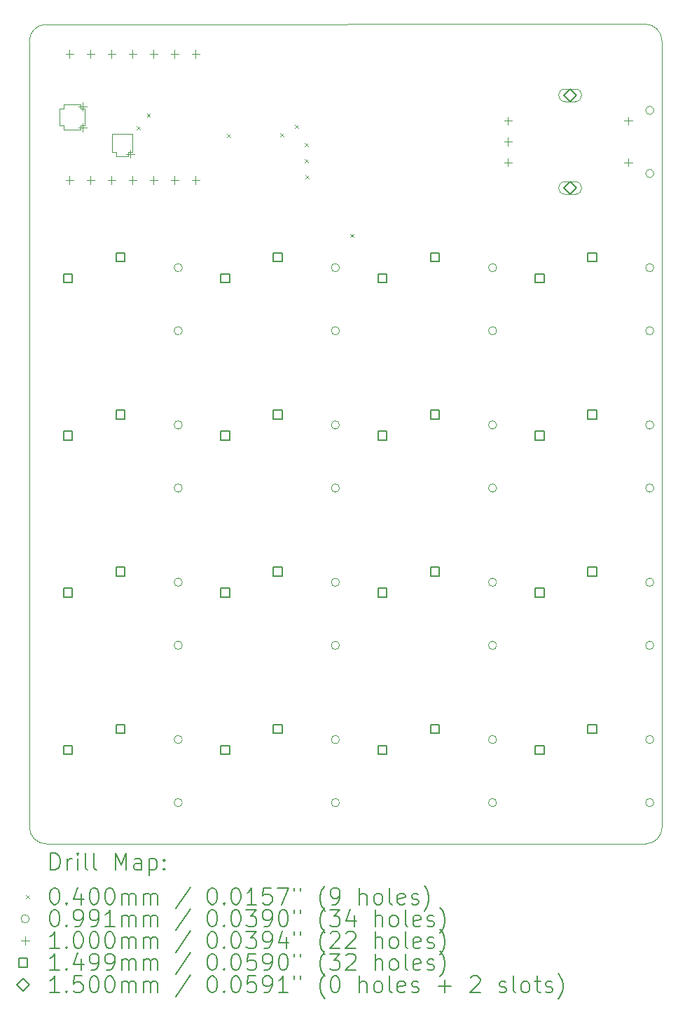
<source format=gbr>
%TF.GenerationSoftware,KiCad,Pcbnew,8.0.5*%
%TF.CreationDate,2024-10-25T18:54:29-04:00*%
%TF.ProjectId,macropad,6d616372-6f70-4616-942e-6b696361645f,v1.0.0*%
%TF.SameCoordinates,Original*%
%TF.FileFunction,Drillmap*%
%TF.FilePolarity,Positive*%
%FSLAX45Y45*%
G04 Gerber Fmt 4.5, Leading zero omitted, Abs format (unit mm)*
G04 Created by KiCad (PCBNEW 8.0.5) date 2024-10-25 18:54:29*
%MOMM*%
%LPD*%
G01*
G04 APERTURE LIST*
%ADD10C,0.050000*%
%ADD11C,0.100000*%
%ADD12C,0.200000*%
%ADD13C,0.149860*%
%ADD14C,0.150000*%
G04 APERTURE END LIST*
D10*
X8252421Y-13197579D02*
X15499579Y-13197579D01*
X8243000Y-3300000D02*
X15496579Y-3296421D01*
X8051244Y-3500000D02*
G75*
G02*
X8243000Y-3300001I200176J0D01*
G01*
X8051244Y-3500000D02*
X8052421Y-12997579D01*
X15699579Y-12997579D02*
G75*
G02*
X15499579Y-13197579I-199999J-1D01*
G01*
X8252421Y-13197579D02*
G75*
G02*
X8052421Y-12997579I-1J199999D01*
G01*
X15496579Y-3296421D02*
G75*
G02*
X15696579Y-3496421I1J-199999D01*
G01*
X15696579Y-3496421D02*
X15699579Y-12997579D01*
D11*
X8417800Y-4317000D02*
X8467800Y-4317000D01*
X8417800Y-4521000D02*
X8417800Y-4317000D01*
X8467800Y-4267000D02*
X8671800Y-4267000D01*
X8467800Y-4317000D02*
X8467800Y-4267000D01*
X8467800Y-4521000D02*
X8417800Y-4521000D01*
X8467800Y-4571000D02*
X8467800Y-4521000D01*
X8671800Y-4267000D02*
X8671800Y-4317000D01*
X8671800Y-4317000D02*
X8721800Y-4317000D01*
X8671800Y-4521000D02*
X8671800Y-4571000D01*
X8671800Y-4571000D02*
X8467800Y-4571000D01*
X8721800Y-4317000D02*
X8721800Y-4521000D01*
X8721800Y-4521000D02*
X8671800Y-4521000D01*
X9052800Y-4622200D02*
X9293300Y-4622200D01*
X9052800Y-4838500D02*
X9052800Y-4622200D01*
X9102800Y-4838500D02*
X9052800Y-4838500D01*
X9102800Y-4888500D02*
X9102800Y-4838500D01*
X9243300Y-4838500D02*
X9243300Y-4888500D01*
X9243300Y-4888500D02*
X9102800Y-4888500D01*
X9293300Y-4622200D02*
X9293300Y-4838500D01*
X9293300Y-4838500D02*
X9243300Y-4838500D01*
D12*
D11*
X9350000Y-4530000D02*
X9390000Y-4570000D01*
X9390000Y-4530000D02*
X9350000Y-4570000D01*
X9470000Y-4380000D02*
X9510000Y-4420000D01*
X9510000Y-4380000D02*
X9470000Y-4420000D01*
X10440000Y-4620000D02*
X10480000Y-4660000D01*
X10480000Y-4620000D02*
X10440000Y-4660000D01*
X11085000Y-4615000D02*
X11125000Y-4655000D01*
X11125000Y-4615000D02*
X11085000Y-4655000D01*
X11260000Y-4510000D02*
X11300000Y-4550000D01*
X11300000Y-4510000D02*
X11260000Y-4550000D01*
X11380000Y-4730000D02*
X11420000Y-4770000D01*
X11420000Y-4730000D02*
X11380000Y-4770000D01*
X11380000Y-4930000D02*
X11420000Y-4970000D01*
X11420000Y-4930000D02*
X11380000Y-4970000D01*
X11390000Y-5120000D02*
X11430000Y-5160000D01*
X11430000Y-5120000D02*
X11390000Y-5160000D01*
X11930000Y-5830000D02*
X11970000Y-5870000D01*
X11970000Y-5830000D02*
X11930000Y-5870000D01*
X9899530Y-6238000D02*
G75*
G02*
X9800470Y-6238000I-49530J0D01*
G01*
X9800470Y-6238000D02*
G75*
G02*
X9899530Y-6238000I49530J0D01*
G01*
X9899530Y-7000000D02*
G75*
G02*
X9800470Y-7000000I-49530J0D01*
G01*
X9800470Y-7000000D02*
G75*
G02*
X9899530Y-7000000I49530J0D01*
G01*
X9899530Y-8138000D02*
G75*
G02*
X9800470Y-8138000I-49530J0D01*
G01*
X9800470Y-8138000D02*
G75*
G02*
X9899530Y-8138000I49530J0D01*
G01*
X9899530Y-8900000D02*
G75*
G02*
X9800470Y-8900000I-49530J0D01*
G01*
X9800470Y-8900000D02*
G75*
G02*
X9899530Y-8900000I49530J0D01*
G01*
X9899530Y-10038000D02*
G75*
G02*
X9800470Y-10038000I-49530J0D01*
G01*
X9800470Y-10038000D02*
G75*
G02*
X9899530Y-10038000I49530J0D01*
G01*
X9899530Y-10800000D02*
G75*
G02*
X9800470Y-10800000I-49530J0D01*
G01*
X9800470Y-10800000D02*
G75*
G02*
X9899530Y-10800000I49530J0D01*
G01*
X9899530Y-11938000D02*
G75*
G02*
X9800470Y-11938000I-49530J0D01*
G01*
X9800470Y-11938000D02*
G75*
G02*
X9899530Y-11938000I49530J0D01*
G01*
X9899530Y-12700000D02*
G75*
G02*
X9800470Y-12700000I-49530J0D01*
G01*
X9800470Y-12700000D02*
G75*
G02*
X9899530Y-12700000I49530J0D01*
G01*
X11799530Y-6238000D02*
G75*
G02*
X11700470Y-6238000I-49530J0D01*
G01*
X11700470Y-6238000D02*
G75*
G02*
X11799530Y-6238000I49530J0D01*
G01*
X11799530Y-7000000D02*
G75*
G02*
X11700470Y-7000000I-49530J0D01*
G01*
X11700470Y-7000000D02*
G75*
G02*
X11799530Y-7000000I49530J0D01*
G01*
X11799530Y-8138000D02*
G75*
G02*
X11700470Y-8138000I-49530J0D01*
G01*
X11700470Y-8138000D02*
G75*
G02*
X11799530Y-8138000I49530J0D01*
G01*
X11799530Y-8900000D02*
G75*
G02*
X11700470Y-8900000I-49530J0D01*
G01*
X11700470Y-8900000D02*
G75*
G02*
X11799530Y-8900000I49530J0D01*
G01*
X11799530Y-10038000D02*
G75*
G02*
X11700470Y-10038000I-49530J0D01*
G01*
X11700470Y-10038000D02*
G75*
G02*
X11799530Y-10038000I49530J0D01*
G01*
X11799530Y-10800000D02*
G75*
G02*
X11700470Y-10800000I-49530J0D01*
G01*
X11700470Y-10800000D02*
G75*
G02*
X11799530Y-10800000I49530J0D01*
G01*
X11799530Y-11938000D02*
G75*
G02*
X11700470Y-11938000I-49530J0D01*
G01*
X11700470Y-11938000D02*
G75*
G02*
X11799530Y-11938000I49530J0D01*
G01*
X11799530Y-12700000D02*
G75*
G02*
X11700470Y-12700000I-49530J0D01*
G01*
X11700470Y-12700000D02*
G75*
G02*
X11799530Y-12700000I49530J0D01*
G01*
X13699530Y-6238000D02*
G75*
G02*
X13600470Y-6238000I-49530J0D01*
G01*
X13600470Y-6238000D02*
G75*
G02*
X13699530Y-6238000I49530J0D01*
G01*
X13699530Y-7000000D02*
G75*
G02*
X13600470Y-7000000I-49530J0D01*
G01*
X13600470Y-7000000D02*
G75*
G02*
X13699530Y-7000000I49530J0D01*
G01*
X13699530Y-8138000D02*
G75*
G02*
X13600470Y-8138000I-49530J0D01*
G01*
X13600470Y-8138000D02*
G75*
G02*
X13699530Y-8138000I49530J0D01*
G01*
X13699530Y-8900000D02*
G75*
G02*
X13600470Y-8900000I-49530J0D01*
G01*
X13600470Y-8900000D02*
G75*
G02*
X13699530Y-8900000I49530J0D01*
G01*
X13699530Y-10038000D02*
G75*
G02*
X13600470Y-10038000I-49530J0D01*
G01*
X13600470Y-10038000D02*
G75*
G02*
X13699530Y-10038000I49530J0D01*
G01*
X13699530Y-10800000D02*
G75*
G02*
X13600470Y-10800000I-49530J0D01*
G01*
X13600470Y-10800000D02*
G75*
G02*
X13699530Y-10800000I49530J0D01*
G01*
X13699530Y-11938000D02*
G75*
G02*
X13600470Y-11938000I-49530J0D01*
G01*
X13600470Y-11938000D02*
G75*
G02*
X13699530Y-11938000I49530J0D01*
G01*
X13699530Y-12700000D02*
G75*
G02*
X13600470Y-12700000I-49530J0D01*
G01*
X13600470Y-12700000D02*
G75*
G02*
X13699530Y-12700000I49530J0D01*
G01*
X15599530Y-4338000D02*
G75*
G02*
X15500470Y-4338000I-49530J0D01*
G01*
X15500470Y-4338000D02*
G75*
G02*
X15599530Y-4338000I49530J0D01*
G01*
X15599530Y-5100000D02*
G75*
G02*
X15500470Y-5100000I-49530J0D01*
G01*
X15500470Y-5100000D02*
G75*
G02*
X15599530Y-5100000I49530J0D01*
G01*
X15599530Y-6238000D02*
G75*
G02*
X15500470Y-6238000I-49530J0D01*
G01*
X15500470Y-6238000D02*
G75*
G02*
X15599530Y-6238000I49530J0D01*
G01*
X15599530Y-7000000D02*
G75*
G02*
X15500470Y-7000000I-49530J0D01*
G01*
X15500470Y-7000000D02*
G75*
G02*
X15599530Y-7000000I49530J0D01*
G01*
X15599530Y-8138000D02*
G75*
G02*
X15500470Y-8138000I-49530J0D01*
G01*
X15500470Y-8138000D02*
G75*
G02*
X15599530Y-8138000I49530J0D01*
G01*
X15599530Y-8900000D02*
G75*
G02*
X15500470Y-8900000I-49530J0D01*
G01*
X15500470Y-8900000D02*
G75*
G02*
X15599530Y-8900000I49530J0D01*
G01*
X15599530Y-10038000D02*
G75*
G02*
X15500470Y-10038000I-49530J0D01*
G01*
X15500470Y-10038000D02*
G75*
G02*
X15599530Y-10038000I49530J0D01*
G01*
X15599530Y-10800000D02*
G75*
G02*
X15500470Y-10800000I-49530J0D01*
G01*
X15500470Y-10800000D02*
G75*
G02*
X15599530Y-10800000I49530J0D01*
G01*
X15599530Y-11938000D02*
G75*
G02*
X15500470Y-11938000I-49530J0D01*
G01*
X15500470Y-11938000D02*
G75*
G02*
X15599530Y-11938000I49530J0D01*
G01*
X15599530Y-12700000D02*
G75*
G02*
X15500470Y-12700000I-49530J0D01*
G01*
X15500470Y-12700000D02*
G75*
G02*
X15599530Y-12700000I49530J0D01*
G01*
X8538000Y-3607000D02*
X8538000Y-3707000D01*
X8488000Y-3657000D02*
X8588000Y-3657000D01*
X8538000Y-5131000D02*
X8538000Y-5231000D01*
X8488000Y-5181000D02*
X8588000Y-5181000D01*
X8696700Y-4242000D02*
X8696700Y-4342000D01*
X8646700Y-4292000D02*
X8746700Y-4292000D01*
X8696700Y-4496000D02*
X8696700Y-4596000D01*
X8646700Y-4546000D02*
X8746700Y-4546000D01*
X8792000Y-3607000D02*
X8792000Y-3707000D01*
X8742000Y-3657000D02*
X8842000Y-3657000D01*
X8792000Y-5131000D02*
X8792000Y-5231000D01*
X8742000Y-5181000D02*
X8842000Y-5181000D01*
X9046000Y-3607000D02*
X9046000Y-3707000D01*
X8996000Y-3657000D02*
X9096000Y-3657000D01*
X9046000Y-5131000D02*
X9046000Y-5231000D01*
X8996000Y-5181000D02*
X9096000Y-5181000D01*
X9268300Y-4813500D02*
X9268300Y-4913500D01*
X9218300Y-4863500D02*
X9318300Y-4863500D01*
X9300000Y-3607000D02*
X9300000Y-3707000D01*
X9250000Y-3657000D02*
X9350000Y-3657000D01*
X9300000Y-5131000D02*
X9300000Y-5231000D01*
X9250000Y-5181000D02*
X9350000Y-5181000D01*
X9554000Y-3607000D02*
X9554000Y-3707000D01*
X9504000Y-3657000D02*
X9604000Y-3657000D01*
X9554000Y-5131000D02*
X9554000Y-5231000D01*
X9504000Y-5181000D02*
X9604000Y-5181000D01*
X9808000Y-3607000D02*
X9808000Y-3707000D01*
X9758000Y-3657000D02*
X9858000Y-3657000D01*
X9808000Y-5131000D02*
X9808000Y-5231000D01*
X9758000Y-5181000D02*
X9858000Y-5181000D01*
X10062000Y-3607000D02*
X10062000Y-3707000D01*
X10012000Y-3657000D02*
X10112000Y-3657000D01*
X10062000Y-5131000D02*
X10062000Y-5231000D01*
X10012000Y-5181000D02*
X10112000Y-5181000D01*
X13838000Y-4415000D02*
X13838000Y-4515000D01*
X13788000Y-4465000D02*
X13888000Y-4465000D01*
X13838000Y-4665000D02*
X13838000Y-4765000D01*
X13788000Y-4715000D02*
X13888000Y-4715000D01*
X13838000Y-4915000D02*
X13838000Y-5015000D01*
X13788000Y-4965000D02*
X13888000Y-4965000D01*
X15288000Y-4415000D02*
X15288000Y-4515000D01*
X15238000Y-4465000D02*
X15338000Y-4465000D01*
X15288000Y-4915000D02*
X15288000Y-5015000D01*
X15238000Y-4965000D02*
X15338000Y-4965000D01*
D13*
X8571984Y-6417984D02*
X8571984Y-6312016D01*
X8466016Y-6312016D01*
X8466016Y-6417984D01*
X8571984Y-6417984D01*
X8571984Y-8317984D02*
X8571984Y-8212016D01*
X8466016Y-8212016D01*
X8466016Y-8317984D01*
X8571984Y-8317984D01*
X8571984Y-10217984D02*
X8571984Y-10112016D01*
X8466016Y-10112016D01*
X8466016Y-10217984D01*
X8571984Y-10217984D01*
X8571984Y-12117984D02*
X8571984Y-12012016D01*
X8466016Y-12012016D01*
X8466016Y-12117984D01*
X8571984Y-12117984D01*
X9206984Y-6163984D02*
X9206984Y-6058016D01*
X9101016Y-6058016D01*
X9101016Y-6163984D01*
X9206984Y-6163984D01*
X9206984Y-8063984D02*
X9206984Y-7958016D01*
X9101016Y-7958016D01*
X9101016Y-8063984D01*
X9206984Y-8063984D01*
X9206984Y-9963984D02*
X9206984Y-9858016D01*
X9101016Y-9858016D01*
X9101016Y-9963984D01*
X9206984Y-9963984D01*
X9206984Y-11863984D02*
X9206984Y-11758016D01*
X9101016Y-11758016D01*
X9101016Y-11863984D01*
X9206984Y-11863984D01*
X10471984Y-6417984D02*
X10471984Y-6312016D01*
X10366016Y-6312016D01*
X10366016Y-6417984D01*
X10471984Y-6417984D01*
X10471984Y-8317984D02*
X10471984Y-8212016D01*
X10366016Y-8212016D01*
X10366016Y-8317984D01*
X10471984Y-8317984D01*
X10471984Y-10217984D02*
X10471984Y-10112016D01*
X10366016Y-10112016D01*
X10366016Y-10217984D01*
X10471984Y-10217984D01*
X10471984Y-12117984D02*
X10471984Y-12012016D01*
X10366016Y-12012016D01*
X10366016Y-12117984D01*
X10471984Y-12117984D01*
X11106984Y-6163984D02*
X11106984Y-6058016D01*
X11001016Y-6058016D01*
X11001016Y-6163984D01*
X11106984Y-6163984D01*
X11106984Y-8063984D02*
X11106984Y-7958016D01*
X11001016Y-7958016D01*
X11001016Y-8063984D01*
X11106984Y-8063984D01*
X11106984Y-9963984D02*
X11106984Y-9858016D01*
X11001016Y-9858016D01*
X11001016Y-9963984D01*
X11106984Y-9963984D01*
X11106984Y-11863984D02*
X11106984Y-11758016D01*
X11001016Y-11758016D01*
X11001016Y-11863984D01*
X11106984Y-11863984D01*
X12371984Y-6417984D02*
X12371984Y-6312016D01*
X12266016Y-6312016D01*
X12266016Y-6417984D01*
X12371984Y-6417984D01*
X12371984Y-8317984D02*
X12371984Y-8212016D01*
X12266016Y-8212016D01*
X12266016Y-8317984D01*
X12371984Y-8317984D01*
X12371984Y-10217984D02*
X12371984Y-10112016D01*
X12266016Y-10112016D01*
X12266016Y-10217984D01*
X12371984Y-10217984D01*
X12371984Y-12117984D02*
X12371984Y-12012016D01*
X12266016Y-12012016D01*
X12266016Y-12117984D01*
X12371984Y-12117984D01*
X13006984Y-6163984D02*
X13006984Y-6058016D01*
X12901016Y-6058016D01*
X12901016Y-6163984D01*
X13006984Y-6163984D01*
X13006984Y-8063984D02*
X13006984Y-7958016D01*
X12901016Y-7958016D01*
X12901016Y-8063984D01*
X13006984Y-8063984D01*
X13006984Y-9963984D02*
X13006984Y-9858016D01*
X12901016Y-9858016D01*
X12901016Y-9963984D01*
X13006984Y-9963984D01*
X13006984Y-11863984D02*
X13006984Y-11758016D01*
X12901016Y-11758016D01*
X12901016Y-11863984D01*
X13006984Y-11863984D01*
X14271984Y-6417984D02*
X14271984Y-6312016D01*
X14166016Y-6312016D01*
X14166016Y-6417984D01*
X14271984Y-6417984D01*
X14271984Y-8317984D02*
X14271984Y-8212016D01*
X14166016Y-8212016D01*
X14166016Y-8317984D01*
X14271984Y-8317984D01*
X14271984Y-10217984D02*
X14271984Y-10112016D01*
X14166016Y-10112016D01*
X14166016Y-10217984D01*
X14271984Y-10217984D01*
X14271984Y-12117984D02*
X14271984Y-12012016D01*
X14166016Y-12012016D01*
X14166016Y-12117984D01*
X14271984Y-12117984D01*
X14906984Y-6163984D02*
X14906984Y-6058016D01*
X14801016Y-6058016D01*
X14801016Y-6163984D01*
X14906984Y-6163984D01*
X14906984Y-8063984D02*
X14906984Y-7958016D01*
X14801016Y-7958016D01*
X14801016Y-8063984D01*
X14906984Y-8063984D01*
X14906984Y-9963984D02*
X14906984Y-9858016D01*
X14801016Y-9858016D01*
X14801016Y-9963984D01*
X14906984Y-9963984D01*
X14906984Y-11863984D02*
X14906984Y-11758016D01*
X14801016Y-11758016D01*
X14801016Y-11863984D01*
X14906984Y-11863984D01*
D14*
X14588000Y-4230000D02*
X14663000Y-4155000D01*
X14588000Y-4080000D01*
X14513000Y-4155000D01*
X14588000Y-4230000D01*
D11*
X14523000Y-4230000D02*
X14653000Y-4230000D01*
X14653000Y-4080000D02*
G75*
G02*
X14653000Y-4230000I0J-75000D01*
G01*
X14653000Y-4080000D02*
X14523000Y-4080000D01*
X14523000Y-4080000D02*
G75*
G03*
X14523000Y-4230000I0J-75000D01*
G01*
D14*
X14588000Y-5350000D02*
X14663000Y-5275000D01*
X14588000Y-5200000D01*
X14513000Y-5275000D01*
X14588000Y-5350000D01*
D11*
X14523000Y-5350000D02*
X14653000Y-5350000D01*
X14653000Y-5200000D02*
G75*
G02*
X14653000Y-5350000I0J-75000D01*
G01*
X14653000Y-5200000D02*
X14523000Y-5200000D01*
X14523000Y-5200000D02*
G75*
G03*
X14523000Y-5350000I0J-75000D01*
G01*
D12*
X8309521Y-13511562D02*
X8309521Y-13311562D01*
X8309521Y-13311562D02*
X8357140Y-13311562D01*
X8357140Y-13311562D02*
X8385711Y-13321086D01*
X8385711Y-13321086D02*
X8404759Y-13340134D01*
X8404759Y-13340134D02*
X8414283Y-13359181D01*
X8414283Y-13359181D02*
X8423807Y-13397277D01*
X8423807Y-13397277D02*
X8423807Y-13425848D01*
X8423807Y-13425848D02*
X8414283Y-13463943D01*
X8414283Y-13463943D02*
X8404759Y-13482991D01*
X8404759Y-13482991D02*
X8385711Y-13502039D01*
X8385711Y-13502039D02*
X8357140Y-13511562D01*
X8357140Y-13511562D02*
X8309521Y-13511562D01*
X8509521Y-13511562D02*
X8509521Y-13378229D01*
X8509521Y-13416324D02*
X8519045Y-13397277D01*
X8519045Y-13397277D02*
X8528569Y-13387753D01*
X8528569Y-13387753D02*
X8547616Y-13378229D01*
X8547616Y-13378229D02*
X8566664Y-13378229D01*
X8633331Y-13511562D02*
X8633331Y-13378229D01*
X8633331Y-13311562D02*
X8623807Y-13321086D01*
X8623807Y-13321086D02*
X8633331Y-13330610D01*
X8633331Y-13330610D02*
X8642854Y-13321086D01*
X8642854Y-13321086D02*
X8633331Y-13311562D01*
X8633331Y-13311562D02*
X8633331Y-13330610D01*
X8757140Y-13511562D02*
X8738092Y-13502039D01*
X8738092Y-13502039D02*
X8728569Y-13482991D01*
X8728569Y-13482991D02*
X8728569Y-13311562D01*
X8861902Y-13511562D02*
X8842854Y-13502039D01*
X8842854Y-13502039D02*
X8833331Y-13482991D01*
X8833331Y-13482991D02*
X8833331Y-13311562D01*
X9090473Y-13511562D02*
X9090473Y-13311562D01*
X9090473Y-13311562D02*
X9157140Y-13454419D01*
X9157140Y-13454419D02*
X9223807Y-13311562D01*
X9223807Y-13311562D02*
X9223807Y-13511562D01*
X9404759Y-13511562D02*
X9404759Y-13406800D01*
X9404759Y-13406800D02*
X9395235Y-13387753D01*
X9395235Y-13387753D02*
X9376188Y-13378229D01*
X9376188Y-13378229D02*
X9338092Y-13378229D01*
X9338092Y-13378229D02*
X9319045Y-13387753D01*
X9404759Y-13502039D02*
X9385712Y-13511562D01*
X9385712Y-13511562D02*
X9338092Y-13511562D01*
X9338092Y-13511562D02*
X9319045Y-13502039D01*
X9319045Y-13502039D02*
X9309521Y-13482991D01*
X9309521Y-13482991D02*
X9309521Y-13463943D01*
X9309521Y-13463943D02*
X9319045Y-13444896D01*
X9319045Y-13444896D02*
X9338092Y-13435372D01*
X9338092Y-13435372D02*
X9385712Y-13435372D01*
X9385712Y-13435372D02*
X9404759Y-13425848D01*
X9499997Y-13378229D02*
X9499997Y-13578229D01*
X9499997Y-13387753D02*
X9519045Y-13378229D01*
X9519045Y-13378229D02*
X9557140Y-13378229D01*
X9557140Y-13378229D02*
X9576188Y-13387753D01*
X9576188Y-13387753D02*
X9585712Y-13397277D01*
X9585712Y-13397277D02*
X9595235Y-13416324D01*
X9595235Y-13416324D02*
X9595235Y-13473467D01*
X9595235Y-13473467D02*
X9585712Y-13492515D01*
X9585712Y-13492515D02*
X9576188Y-13502039D01*
X9576188Y-13502039D02*
X9557140Y-13511562D01*
X9557140Y-13511562D02*
X9519045Y-13511562D01*
X9519045Y-13511562D02*
X9499997Y-13502039D01*
X9680950Y-13492515D02*
X9690473Y-13502039D01*
X9690473Y-13502039D02*
X9680950Y-13511562D01*
X9680950Y-13511562D02*
X9671426Y-13502039D01*
X9671426Y-13502039D02*
X9680950Y-13492515D01*
X9680950Y-13492515D02*
X9680950Y-13511562D01*
X9680950Y-13387753D02*
X9690473Y-13397277D01*
X9690473Y-13397277D02*
X9680950Y-13406800D01*
X9680950Y-13406800D02*
X9671426Y-13397277D01*
X9671426Y-13397277D02*
X9680950Y-13387753D01*
X9680950Y-13387753D02*
X9680950Y-13406800D01*
D11*
X8008744Y-13820079D02*
X8048744Y-13860079D01*
X8048744Y-13820079D02*
X8008744Y-13860079D01*
D12*
X8347616Y-13731562D02*
X8366664Y-13731562D01*
X8366664Y-13731562D02*
X8385711Y-13741086D01*
X8385711Y-13741086D02*
X8395235Y-13750610D01*
X8395235Y-13750610D02*
X8404759Y-13769658D01*
X8404759Y-13769658D02*
X8414283Y-13807753D01*
X8414283Y-13807753D02*
X8414283Y-13855372D01*
X8414283Y-13855372D02*
X8404759Y-13893467D01*
X8404759Y-13893467D02*
X8395235Y-13912515D01*
X8395235Y-13912515D02*
X8385711Y-13922039D01*
X8385711Y-13922039D02*
X8366664Y-13931562D01*
X8366664Y-13931562D02*
X8347616Y-13931562D01*
X8347616Y-13931562D02*
X8328569Y-13922039D01*
X8328569Y-13922039D02*
X8319045Y-13912515D01*
X8319045Y-13912515D02*
X8309521Y-13893467D01*
X8309521Y-13893467D02*
X8299997Y-13855372D01*
X8299997Y-13855372D02*
X8299997Y-13807753D01*
X8299997Y-13807753D02*
X8309521Y-13769658D01*
X8309521Y-13769658D02*
X8319045Y-13750610D01*
X8319045Y-13750610D02*
X8328569Y-13741086D01*
X8328569Y-13741086D02*
X8347616Y-13731562D01*
X8499997Y-13912515D02*
X8509521Y-13922039D01*
X8509521Y-13922039D02*
X8499997Y-13931562D01*
X8499997Y-13931562D02*
X8490473Y-13922039D01*
X8490473Y-13922039D02*
X8499997Y-13912515D01*
X8499997Y-13912515D02*
X8499997Y-13931562D01*
X8680950Y-13798229D02*
X8680950Y-13931562D01*
X8633331Y-13722039D02*
X8585712Y-13864896D01*
X8585712Y-13864896D02*
X8709521Y-13864896D01*
X8823807Y-13731562D02*
X8842854Y-13731562D01*
X8842854Y-13731562D02*
X8861902Y-13741086D01*
X8861902Y-13741086D02*
X8871426Y-13750610D01*
X8871426Y-13750610D02*
X8880950Y-13769658D01*
X8880950Y-13769658D02*
X8890473Y-13807753D01*
X8890473Y-13807753D02*
X8890473Y-13855372D01*
X8890473Y-13855372D02*
X8880950Y-13893467D01*
X8880950Y-13893467D02*
X8871426Y-13912515D01*
X8871426Y-13912515D02*
X8861902Y-13922039D01*
X8861902Y-13922039D02*
X8842854Y-13931562D01*
X8842854Y-13931562D02*
X8823807Y-13931562D01*
X8823807Y-13931562D02*
X8804759Y-13922039D01*
X8804759Y-13922039D02*
X8795235Y-13912515D01*
X8795235Y-13912515D02*
X8785712Y-13893467D01*
X8785712Y-13893467D02*
X8776188Y-13855372D01*
X8776188Y-13855372D02*
X8776188Y-13807753D01*
X8776188Y-13807753D02*
X8785712Y-13769658D01*
X8785712Y-13769658D02*
X8795235Y-13750610D01*
X8795235Y-13750610D02*
X8804759Y-13741086D01*
X8804759Y-13741086D02*
X8823807Y-13731562D01*
X9014283Y-13731562D02*
X9033331Y-13731562D01*
X9033331Y-13731562D02*
X9052378Y-13741086D01*
X9052378Y-13741086D02*
X9061902Y-13750610D01*
X9061902Y-13750610D02*
X9071426Y-13769658D01*
X9071426Y-13769658D02*
X9080950Y-13807753D01*
X9080950Y-13807753D02*
X9080950Y-13855372D01*
X9080950Y-13855372D02*
X9071426Y-13893467D01*
X9071426Y-13893467D02*
X9061902Y-13912515D01*
X9061902Y-13912515D02*
X9052378Y-13922039D01*
X9052378Y-13922039D02*
X9033331Y-13931562D01*
X9033331Y-13931562D02*
X9014283Y-13931562D01*
X9014283Y-13931562D02*
X8995235Y-13922039D01*
X8995235Y-13922039D02*
X8985712Y-13912515D01*
X8985712Y-13912515D02*
X8976188Y-13893467D01*
X8976188Y-13893467D02*
X8966664Y-13855372D01*
X8966664Y-13855372D02*
X8966664Y-13807753D01*
X8966664Y-13807753D02*
X8976188Y-13769658D01*
X8976188Y-13769658D02*
X8985712Y-13750610D01*
X8985712Y-13750610D02*
X8995235Y-13741086D01*
X8995235Y-13741086D02*
X9014283Y-13731562D01*
X9166664Y-13931562D02*
X9166664Y-13798229D01*
X9166664Y-13817277D02*
X9176188Y-13807753D01*
X9176188Y-13807753D02*
X9195235Y-13798229D01*
X9195235Y-13798229D02*
X9223807Y-13798229D01*
X9223807Y-13798229D02*
X9242854Y-13807753D01*
X9242854Y-13807753D02*
X9252378Y-13826800D01*
X9252378Y-13826800D02*
X9252378Y-13931562D01*
X9252378Y-13826800D02*
X9261902Y-13807753D01*
X9261902Y-13807753D02*
X9280950Y-13798229D01*
X9280950Y-13798229D02*
X9309521Y-13798229D01*
X9309521Y-13798229D02*
X9328569Y-13807753D01*
X9328569Y-13807753D02*
X9338093Y-13826800D01*
X9338093Y-13826800D02*
X9338093Y-13931562D01*
X9433331Y-13931562D02*
X9433331Y-13798229D01*
X9433331Y-13817277D02*
X9442854Y-13807753D01*
X9442854Y-13807753D02*
X9461902Y-13798229D01*
X9461902Y-13798229D02*
X9490474Y-13798229D01*
X9490474Y-13798229D02*
X9509521Y-13807753D01*
X9509521Y-13807753D02*
X9519045Y-13826800D01*
X9519045Y-13826800D02*
X9519045Y-13931562D01*
X9519045Y-13826800D02*
X9528569Y-13807753D01*
X9528569Y-13807753D02*
X9547616Y-13798229D01*
X9547616Y-13798229D02*
X9576188Y-13798229D01*
X9576188Y-13798229D02*
X9595235Y-13807753D01*
X9595235Y-13807753D02*
X9604759Y-13826800D01*
X9604759Y-13826800D02*
X9604759Y-13931562D01*
X9995235Y-13722039D02*
X9823807Y-13979181D01*
X10252378Y-13731562D02*
X10271426Y-13731562D01*
X10271426Y-13731562D02*
X10290474Y-13741086D01*
X10290474Y-13741086D02*
X10299997Y-13750610D01*
X10299997Y-13750610D02*
X10309521Y-13769658D01*
X10309521Y-13769658D02*
X10319045Y-13807753D01*
X10319045Y-13807753D02*
X10319045Y-13855372D01*
X10319045Y-13855372D02*
X10309521Y-13893467D01*
X10309521Y-13893467D02*
X10299997Y-13912515D01*
X10299997Y-13912515D02*
X10290474Y-13922039D01*
X10290474Y-13922039D02*
X10271426Y-13931562D01*
X10271426Y-13931562D02*
X10252378Y-13931562D01*
X10252378Y-13931562D02*
X10233331Y-13922039D01*
X10233331Y-13922039D02*
X10223807Y-13912515D01*
X10223807Y-13912515D02*
X10214283Y-13893467D01*
X10214283Y-13893467D02*
X10204759Y-13855372D01*
X10204759Y-13855372D02*
X10204759Y-13807753D01*
X10204759Y-13807753D02*
X10214283Y-13769658D01*
X10214283Y-13769658D02*
X10223807Y-13750610D01*
X10223807Y-13750610D02*
X10233331Y-13741086D01*
X10233331Y-13741086D02*
X10252378Y-13731562D01*
X10404759Y-13912515D02*
X10414283Y-13922039D01*
X10414283Y-13922039D02*
X10404759Y-13931562D01*
X10404759Y-13931562D02*
X10395236Y-13922039D01*
X10395236Y-13922039D02*
X10404759Y-13912515D01*
X10404759Y-13912515D02*
X10404759Y-13931562D01*
X10538093Y-13731562D02*
X10557140Y-13731562D01*
X10557140Y-13731562D02*
X10576188Y-13741086D01*
X10576188Y-13741086D02*
X10585712Y-13750610D01*
X10585712Y-13750610D02*
X10595236Y-13769658D01*
X10595236Y-13769658D02*
X10604759Y-13807753D01*
X10604759Y-13807753D02*
X10604759Y-13855372D01*
X10604759Y-13855372D02*
X10595236Y-13893467D01*
X10595236Y-13893467D02*
X10585712Y-13912515D01*
X10585712Y-13912515D02*
X10576188Y-13922039D01*
X10576188Y-13922039D02*
X10557140Y-13931562D01*
X10557140Y-13931562D02*
X10538093Y-13931562D01*
X10538093Y-13931562D02*
X10519045Y-13922039D01*
X10519045Y-13922039D02*
X10509521Y-13912515D01*
X10509521Y-13912515D02*
X10499997Y-13893467D01*
X10499997Y-13893467D02*
X10490474Y-13855372D01*
X10490474Y-13855372D02*
X10490474Y-13807753D01*
X10490474Y-13807753D02*
X10499997Y-13769658D01*
X10499997Y-13769658D02*
X10509521Y-13750610D01*
X10509521Y-13750610D02*
X10519045Y-13741086D01*
X10519045Y-13741086D02*
X10538093Y-13731562D01*
X10795236Y-13931562D02*
X10680950Y-13931562D01*
X10738093Y-13931562D02*
X10738093Y-13731562D01*
X10738093Y-13731562D02*
X10719045Y-13760134D01*
X10719045Y-13760134D02*
X10699997Y-13779181D01*
X10699997Y-13779181D02*
X10680950Y-13788705D01*
X10976188Y-13731562D02*
X10880950Y-13731562D01*
X10880950Y-13731562D02*
X10871426Y-13826800D01*
X10871426Y-13826800D02*
X10880950Y-13817277D01*
X10880950Y-13817277D02*
X10899997Y-13807753D01*
X10899997Y-13807753D02*
X10947617Y-13807753D01*
X10947617Y-13807753D02*
X10966664Y-13817277D01*
X10966664Y-13817277D02*
X10976188Y-13826800D01*
X10976188Y-13826800D02*
X10985712Y-13845848D01*
X10985712Y-13845848D02*
X10985712Y-13893467D01*
X10985712Y-13893467D02*
X10976188Y-13912515D01*
X10976188Y-13912515D02*
X10966664Y-13922039D01*
X10966664Y-13922039D02*
X10947617Y-13931562D01*
X10947617Y-13931562D02*
X10899997Y-13931562D01*
X10899997Y-13931562D02*
X10880950Y-13922039D01*
X10880950Y-13922039D02*
X10871426Y-13912515D01*
X11052378Y-13731562D02*
X11185712Y-13731562D01*
X11185712Y-13731562D02*
X11099997Y-13931562D01*
X11252378Y-13731562D02*
X11252378Y-13769658D01*
X11328569Y-13731562D02*
X11328569Y-13769658D01*
X11623807Y-14007753D02*
X11614283Y-13998229D01*
X11614283Y-13998229D02*
X11595236Y-13969658D01*
X11595236Y-13969658D02*
X11585712Y-13950610D01*
X11585712Y-13950610D02*
X11576188Y-13922039D01*
X11576188Y-13922039D02*
X11566664Y-13874419D01*
X11566664Y-13874419D02*
X11566664Y-13836324D01*
X11566664Y-13836324D02*
X11576188Y-13788705D01*
X11576188Y-13788705D02*
X11585712Y-13760134D01*
X11585712Y-13760134D02*
X11595236Y-13741086D01*
X11595236Y-13741086D02*
X11614283Y-13712515D01*
X11614283Y-13712515D02*
X11623807Y-13702991D01*
X11709521Y-13931562D02*
X11747616Y-13931562D01*
X11747616Y-13931562D02*
X11766664Y-13922039D01*
X11766664Y-13922039D02*
X11776188Y-13912515D01*
X11776188Y-13912515D02*
X11795236Y-13883943D01*
X11795236Y-13883943D02*
X11804759Y-13845848D01*
X11804759Y-13845848D02*
X11804759Y-13769658D01*
X11804759Y-13769658D02*
X11795236Y-13750610D01*
X11795236Y-13750610D02*
X11785712Y-13741086D01*
X11785712Y-13741086D02*
X11766664Y-13731562D01*
X11766664Y-13731562D02*
X11728569Y-13731562D01*
X11728569Y-13731562D02*
X11709521Y-13741086D01*
X11709521Y-13741086D02*
X11699997Y-13750610D01*
X11699997Y-13750610D02*
X11690474Y-13769658D01*
X11690474Y-13769658D02*
X11690474Y-13817277D01*
X11690474Y-13817277D02*
X11699997Y-13836324D01*
X11699997Y-13836324D02*
X11709521Y-13845848D01*
X11709521Y-13845848D02*
X11728569Y-13855372D01*
X11728569Y-13855372D02*
X11766664Y-13855372D01*
X11766664Y-13855372D02*
X11785712Y-13845848D01*
X11785712Y-13845848D02*
X11795236Y-13836324D01*
X11795236Y-13836324D02*
X11804759Y-13817277D01*
X12042855Y-13931562D02*
X12042855Y-13731562D01*
X12128569Y-13931562D02*
X12128569Y-13826800D01*
X12128569Y-13826800D02*
X12119045Y-13807753D01*
X12119045Y-13807753D02*
X12099998Y-13798229D01*
X12099998Y-13798229D02*
X12071426Y-13798229D01*
X12071426Y-13798229D02*
X12052378Y-13807753D01*
X12052378Y-13807753D02*
X12042855Y-13817277D01*
X12252378Y-13931562D02*
X12233331Y-13922039D01*
X12233331Y-13922039D02*
X12223807Y-13912515D01*
X12223807Y-13912515D02*
X12214283Y-13893467D01*
X12214283Y-13893467D02*
X12214283Y-13836324D01*
X12214283Y-13836324D02*
X12223807Y-13817277D01*
X12223807Y-13817277D02*
X12233331Y-13807753D01*
X12233331Y-13807753D02*
X12252378Y-13798229D01*
X12252378Y-13798229D02*
X12280950Y-13798229D01*
X12280950Y-13798229D02*
X12299998Y-13807753D01*
X12299998Y-13807753D02*
X12309521Y-13817277D01*
X12309521Y-13817277D02*
X12319045Y-13836324D01*
X12319045Y-13836324D02*
X12319045Y-13893467D01*
X12319045Y-13893467D02*
X12309521Y-13912515D01*
X12309521Y-13912515D02*
X12299998Y-13922039D01*
X12299998Y-13922039D02*
X12280950Y-13931562D01*
X12280950Y-13931562D02*
X12252378Y-13931562D01*
X12433331Y-13931562D02*
X12414283Y-13922039D01*
X12414283Y-13922039D02*
X12404759Y-13902991D01*
X12404759Y-13902991D02*
X12404759Y-13731562D01*
X12585712Y-13922039D02*
X12566664Y-13931562D01*
X12566664Y-13931562D02*
X12528569Y-13931562D01*
X12528569Y-13931562D02*
X12509521Y-13922039D01*
X12509521Y-13922039D02*
X12499998Y-13902991D01*
X12499998Y-13902991D02*
X12499998Y-13826800D01*
X12499998Y-13826800D02*
X12509521Y-13807753D01*
X12509521Y-13807753D02*
X12528569Y-13798229D01*
X12528569Y-13798229D02*
X12566664Y-13798229D01*
X12566664Y-13798229D02*
X12585712Y-13807753D01*
X12585712Y-13807753D02*
X12595236Y-13826800D01*
X12595236Y-13826800D02*
X12595236Y-13845848D01*
X12595236Y-13845848D02*
X12499998Y-13864896D01*
X12671426Y-13922039D02*
X12690474Y-13931562D01*
X12690474Y-13931562D02*
X12728569Y-13931562D01*
X12728569Y-13931562D02*
X12747617Y-13922039D01*
X12747617Y-13922039D02*
X12757140Y-13902991D01*
X12757140Y-13902991D02*
X12757140Y-13893467D01*
X12757140Y-13893467D02*
X12747617Y-13874419D01*
X12747617Y-13874419D02*
X12728569Y-13864896D01*
X12728569Y-13864896D02*
X12699998Y-13864896D01*
X12699998Y-13864896D02*
X12680950Y-13855372D01*
X12680950Y-13855372D02*
X12671426Y-13836324D01*
X12671426Y-13836324D02*
X12671426Y-13826800D01*
X12671426Y-13826800D02*
X12680950Y-13807753D01*
X12680950Y-13807753D02*
X12699998Y-13798229D01*
X12699998Y-13798229D02*
X12728569Y-13798229D01*
X12728569Y-13798229D02*
X12747617Y-13807753D01*
X12823807Y-14007753D02*
X12833331Y-13998229D01*
X12833331Y-13998229D02*
X12852379Y-13969658D01*
X12852379Y-13969658D02*
X12861902Y-13950610D01*
X12861902Y-13950610D02*
X12871426Y-13922039D01*
X12871426Y-13922039D02*
X12880950Y-13874419D01*
X12880950Y-13874419D02*
X12880950Y-13836324D01*
X12880950Y-13836324D02*
X12871426Y-13788705D01*
X12871426Y-13788705D02*
X12861902Y-13760134D01*
X12861902Y-13760134D02*
X12852379Y-13741086D01*
X12852379Y-13741086D02*
X12833331Y-13712515D01*
X12833331Y-13712515D02*
X12823807Y-13702991D01*
D11*
X8048744Y-14104079D02*
G75*
G02*
X7949684Y-14104079I-49530J0D01*
G01*
X7949684Y-14104079D02*
G75*
G02*
X8048744Y-14104079I49530J0D01*
G01*
D12*
X8347616Y-13995562D02*
X8366664Y-13995562D01*
X8366664Y-13995562D02*
X8385711Y-14005086D01*
X8385711Y-14005086D02*
X8395235Y-14014610D01*
X8395235Y-14014610D02*
X8404759Y-14033658D01*
X8404759Y-14033658D02*
X8414283Y-14071753D01*
X8414283Y-14071753D02*
X8414283Y-14119372D01*
X8414283Y-14119372D02*
X8404759Y-14157467D01*
X8404759Y-14157467D02*
X8395235Y-14176515D01*
X8395235Y-14176515D02*
X8385711Y-14186039D01*
X8385711Y-14186039D02*
X8366664Y-14195562D01*
X8366664Y-14195562D02*
X8347616Y-14195562D01*
X8347616Y-14195562D02*
X8328569Y-14186039D01*
X8328569Y-14186039D02*
X8319045Y-14176515D01*
X8319045Y-14176515D02*
X8309521Y-14157467D01*
X8309521Y-14157467D02*
X8299997Y-14119372D01*
X8299997Y-14119372D02*
X8299997Y-14071753D01*
X8299997Y-14071753D02*
X8309521Y-14033658D01*
X8309521Y-14033658D02*
X8319045Y-14014610D01*
X8319045Y-14014610D02*
X8328569Y-14005086D01*
X8328569Y-14005086D02*
X8347616Y-13995562D01*
X8499997Y-14176515D02*
X8509521Y-14186039D01*
X8509521Y-14186039D02*
X8499997Y-14195562D01*
X8499997Y-14195562D02*
X8490473Y-14186039D01*
X8490473Y-14186039D02*
X8499997Y-14176515D01*
X8499997Y-14176515D02*
X8499997Y-14195562D01*
X8604759Y-14195562D02*
X8642854Y-14195562D01*
X8642854Y-14195562D02*
X8661902Y-14186039D01*
X8661902Y-14186039D02*
X8671426Y-14176515D01*
X8671426Y-14176515D02*
X8690473Y-14147943D01*
X8690473Y-14147943D02*
X8699997Y-14109848D01*
X8699997Y-14109848D02*
X8699997Y-14033658D01*
X8699997Y-14033658D02*
X8690473Y-14014610D01*
X8690473Y-14014610D02*
X8680950Y-14005086D01*
X8680950Y-14005086D02*
X8661902Y-13995562D01*
X8661902Y-13995562D02*
X8623807Y-13995562D01*
X8623807Y-13995562D02*
X8604759Y-14005086D01*
X8604759Y-14005086D02*
X8595235Y-14014610D01*
X8595235Y-14014610D02*
X8585712Y-14033658D01*
X8585712Y-14033658D02*
X8585712Y-14081277D01*
X8585712Y-14081277D02*
X8595235Y-14100324D01*
X8595235Y-14100324D02*
X8604759Y-14109848D01*
X8604759Y-14109848D02*
X8623807Y-14119372D01*
X8623807Y-14119372D02*
X8661902Y-14119372D01*
X8661902Y-14119372D02*
X8680950Y-14109848D01*
X8680950Y-14109848D02*
X8690473Y-14100324D01*
X8690473Y-14100324D02*
X8699997Y-14081277D01*
X8795235Y-14195562D02*
X8833331Y-14195562D01*
X8833331Y-14195562D02*
X8852378Y-14186039D01*
X8852378Y-14186039D02*
X8861902Y-14176515D01*
X8861902Y-14176515D02*
X8880950Y-14147943D01*
X8880950Y-14147943D02*
X8890473Y-14109848D01*
X8890473Y-14109848D02*
X8890473Y-14033658D01*
X8890473Y-14033658D02*
X8880950Y-14014610D01*
X8880950Y-14014610D02*
X8871426Y-14005086D01*
X8871426Y-14005086D02*
X8852378Y-13995562D01*
X8852378Y-13995562D02*
X8814283Y-13995562D01*
X8814283Y-13995562D02*
X8795235Y-14005086D01*
X8795235Y-14005086D02*
X8785712Y-14014610D01*
X8785712Y-14014610D02*
X8776188Y-14033658D01*
X8776188Y-14033658D02*
X8776188Y-14081277D01*
X8776188Y-14081277D02*
X8785712Y-14100324D01*
X8785712Y-14100324D02*
X8795235Y-14109848D01*
X8795235Y-14109848D02*
X8814283Y-14119372D01*
X8814283Y-14119372D02*
X8852378Y-14119372D01*
X8852378Y-14119372D02*
X8871426Y-14109848D01*
X8871426Y-14109848D02*
X8880950Y-14100324D01*
X8880950Y-14100324D02*
X8890473Y-14081277D01*
X9080950Y-14195562D02*
X8966664Y-14195562D01*
X9023807Y-14195562D02*
X9023807Y-13995562D01*
X9023807Y-13995562D02*
X9004759Y-14024134D01*
X9004759Y-14024134D02*
X8985712Y-14043181D01*
X8985712Y-14043181D02*
X8966664Y-14052705D01*
X9166664Y-14195562D02*
X9166664Y-14062229D01*
X9166664Y-14081277D02*
X9176188Y-14071753D01*
X9176188Y-14071753D02*
X9195235Y-14062229D01*
X9195235Y-14062229D02*
X9223807Y-14062229D01*
X9223807Y-14062229D02*
X9242854Y-14071753D01*
X9242854Y-14071753D02*
X9252378Y-14090800D01*
X9252378Y-14090800D02*
X9252378Y-14195562D01*
X9252378Y-14090800D02*
X9261902Y-14071753D01*
X9261902Y-14071753D02*
X9280950Y-14062229D01*
X9280950Y-14062229D02*
X9309521Y-14062229D01*
X9309521Y-14062229D02*
X9328569Y-14071753D01*
X9328569Y-14071753D02*
X9338093Y-14090800D01*
X9338093Y-14090800D02*
X9338093Y-14195562D01*
X9433331Y-14195562D02*
X9433331Y-14062229D01*
X9433331Y-14081277D02*
X9442854Y-14071753D01*
X9442854Y-14071753D02*
X9461902Y-14062229D01*
X9461902Y-14062229D02*
X9490474Y-14062229D01*
X9490474Y-14062229D02*
X9509521Y-14071753D01*
X9509521Y-14071753D02*
X9519045Y-14090800D01*
X9519045Y-14090800D02*
X9519045Y-14195562D01*
X9519045Y-14090800D02*
X9528569Y-14071753D01*
X9528569Y-14071753D02*
X9547616Y-14062229D01*
X9547616Y-14062229D02*
X9576188Y-14062229D01*
X9576188Y-14062229D02*
X9595235Y-14071753D01*
X9595235Y-14071753D02*
X9604759Y-14090800D01*
X9604759Y-14090800D02*
X9604759Y-14195562D01*
X9995235Y-13986039D02*
X9823807Y-14243181D01*
X10252378Y-13995562D02*
X10271426Y-13995562D01*
X10271426Y-13995562D02*
X10290474Y-14005086D01*
X10290474Y-14005086D02*
X10299997Y-14014610D01*
X10299997Y-14014610D02*
X10309521Y-14033658D01*
X10309521Y-14033658D02*
X10319045Y-14071753D01*
X10319045Y-14071753D02*
X10319045Y-14119372D01*
X10319045Y-14119372D02*
X10309521Y-14157467D01*
X10309521Y-14157467D02*
X10299997Y-14176515D01*
X10299997Y-14176515D02*
X10290474Y-14186039D01*
X10290474Y-14186039D02*
X10271426Y-14195562D01*
X10271426Y-14195562D02*
X10252378Y-14195562D01*
X10252378Y-14195562D02*
X10233331Y-14186039D01*
X10233331Y-14186039D02*
X10223807Y-14176515D01*
X10223807Y-14176515D02*
X10214283Y-14157467D01*
X10214283Y-14157467D02*
X10204759Y-14119372D01*
X10204759Y-14119372D02*
X10204759Y-14071753D01*
X10204759Y-14071753D02*
X10214283Y-14033658D01*
X10214283Y-14033658D02*
X10223807Y-14014610D01*
X10223807Y-14014610D02*
X10233331Y-14005086D01*
X10233331Y-14005086D02*
X10252378Y-13995562D01*
X10404759Y-14176515D02*
X10414283Y-14186039D01*
X10414283Y-14186039D02*
X10404759Y-14195562D01*
X10404759Y-14195562D02*
X10395236Y-14186039D01*
X10395236Y-14186039D02*
X10404759Y-14176515D01*
X10404759Y-14176515D02*
X10404759Y-14195562D01*
X10538093Y-13995562D02*
X10557140Y-13995562D01*
X10557140Y-13995562D02*
X10576188Y-14005086D01*
X10576188Y-14005086D02*
X10585712Y-14014610D01*
X10585712Y-14014610D02*
X10595236Y-14033658D01*
X10595236Y-14033658D02*
X10604759Y-14071753D01*
X10604759Y-14071753D02*
X10604759Y-14119372D01*
X10604759Y-14119372D02*
X10595236Y-14157467D01*
X10595236Y-14157467D02*
X10585712Y-14176515D01*
X10585712Y-14176515D02*
X10576188Y-14186039D01*
X10576188Y-14186039D02*
X10557140Y-14195562D01*
X10557140Y-14195562D02*
X10538093Y-14195562D01*
X10538093Y-14195562D02*
X10519045Y-14186039D01*
X10519045Y-14186039D02*
X10509521Y-14176515D01*
X10509521Y-14176515D02*
X10499997Y-14157467D01*
X10499997Y-14157467D02*
X10490474Y-14119372D01*
X10490474Y-14119372D02*
X10490474Y-14071753D01*
X10490474Y-14071753D02*
X10499997Y-14033658D01*
X10499997Y-14033658D02*
X10509521Y-14014610D01*
X10509521Y-14014610D02*
X10519045Y-14005086D01*
X10519045Y-14005086D02*
X10538093Y-13995562D01*
X10671426Y-13995562D02*
X10795236Y-13995562D01*
X10795236Y-13995562D02*
X10728569Y-14071753D01*
X10728569Y-14071753D02*
X10757140Y-14071753D01*
X10757140Y-14071753D02*
X10776188Y-14081277D01*
X10776188Y-14081277D02*
X10785712Y-14090800D01*
X10785712Y-14090800D02*
X10795236Y-14109848D01*
X10795236Y-14109848D02*
X10795236Y-14157467D01*
X10795236Y-14157467D02*
X10785712Y-14176515D01*
X10785712Y-14176515D02*
X10776188Y-14186039D01*
X10776188Y-14186039D02*
X10757140Y-14195562D01*
X10757140Y-14195562D02*
X10699997Y-14195562D01*
X10699997Y-14195562D02*
X10680950Y-14186039D01*
X10680950Y-14186039D02*
X10671426Y-14176515D01*
X10890474Y-14195562D02*
X10928569Y-14195562D01*
X10928569Y-14195562D02*
X10947617Y-14186039D01*
X10947617Y-14186039D02*
X10957140Y-14176515D01*
X10957140Y-14176515D02*
X10976188Y-14147943D01*
X10976188Y-14147943D02*
X10985712Y-14109848D01*
X10985712Y-14109848D02*
X10985712Y-14033658D01*
X10985712Y-14033658D02*
X10976188Y-14014610D01*
X10976188Y-14014610D02*
X10966664Y-14005086D01*
X10966664Y-14005086D02*
X10947617Y-13995562D01*
X10947617Y-13995562D02*
X10909521Y-13995562D01*
X10909521Y-13995562D02*
X10890474Y-14005086D01*
X10890474Y-14005086D02*
X10880950Y-14014610D01*
X10880950Y-14014610D02*
X10871426Y-14033658D01*
X10871426Y-14033658D02*
X10871426Y-14081277D01*
X10871426Y-14081277D02*
X10880950Y-14100324D01*
X10880950Y-14100324D02*
X10890474Y-14109848D01*
X10890474Y-14109848D02*
X10909521Y-14119372D01*
X10909521Y-14119372D02*
X10947617Y-14119372D01*
X10947617Y-14119372D02*
X10966664Y-14109848D01*
X10966664Y-14109848D02*
X10976188Y-14100324D01*
X10976188Y-14100324D02*
X10985712Y-14081277D01*
X11109521Y-13995562D02*
X11128569Y-13995562D01*
X11128569Y-13995562D02*
X11147617Y-14005086D01*
X11147617Y-14005086D02*
X11157140Y-14014610D01*
X11157140Y-14014610D02*
X11166664Y-14033658D01*
X11166664Y-14033658D02*
X11176188Y-14071753D01*
X11176188Y-14071753D02*
X11176188Y-14119372D01*
X11176188Y-14119372D02*
X11166664Y-14157467D01*
X11166664Y-14157467D02*
X11157140Y-14176515D01*
X11157140Y-14176515D02*
X11147617Y-14186039D01*
X11147617Y-14186039D02*
X11128569Y-14195562D01*
X11128569Y-14195562D02*
X11109521Y-14195562D01*
X11109521Y-14195562D02*
X11090474Y-14186039D01*
X11090474Y-14186039D02*
X11080950Y-14176515D01*
X11080950Y-14176515D02*
X11071426Y-14157467D01*
X11071426Y-14157467D02*
X11061902Y-14119372D01*
X11061902Y-14119372D02*
X11061902Y-14071753D01*
X11061902Y-14071753D02*
X11071426Y-14033658D01*
X11071426Y-14033658D02*
X11080950Y-14014610D01*
X11080950Y-14014610D02*
X11090474Y-14005086D01*
X11090474Y-14005086D02*
X11109521Y-13995562D01*
X11252378Y-13995562D02*
X11252378Y-14033658D01*
X11328569Y-13995562D02*
X11328569Y-14033658D01*
X11623807Y-14271753D02*
X11614283Y-14262229D01*
X11614283Y-14262229D02*
X11595236Y-14233658D01*
X11595236Y-14233658D02*
X11585712Y-14214610D01*
X11585712Y-14214610D02*
X11576188Y-14186039D01*
X11576188Y-14186039D02*
X11566664Y-14138419D01*
X11566664Y-14138419D02*
X11566664Y-14100324D01*
X11566664Y-14100324D02*
X11576188Y-14052705D01*
X11576188Y-14052705D02*
X11585712Y-14024134D01*
X11585712Y-14024134D02*
X11595236Y-14005086D01*
X11595236Y-14005086D02*
X11614283Y-13976515D01*
X11614283Y-13976515D02*
X11623807Y-13966991D01*
X11680950Y-13995562D02*
X11804759Y-13995562D01*
X11804759Y-13995562D02*
X11738093Y-14071753D01*
X11738093Y-14071753D02*
X11766664Y-14071753D01*
X11766664Y-14071753D02*
X11785712Y-14081277D01*
X11785712Y-14081277D02*
X11795236Y-14090800D01*
X11795236Y-14090800D02*
X11804759Y-14109848D01*
X11804759Y-14109848D02*
X11804759Y-14157467D01*
X11804759Y-14157467D02*
X11795236Y-14176515D01*
X11795236Y-14176515D02*
X11785712Y-14186039D01*
X11785712Y-14186039D02*
X11766664Y-14195562D01*
X11766664Y-14195562D02*
X11709521Y-14195562D01*
X11709521Y-14195562D02*
X11690474Y-14186039D01*
X11690474Y-14186039D02*
X11680950Y-14176515D01*
X11976188Y-14062229D02*
X11976188Y-14195562D01*
X11928569Y-13986039D02*
X11880950Y-14128896D01*
X11880950Y-14128896D02*
X12004759Y-14128896D01*
X12233331Y-14195562D02*
X12233331Y-13995562D01*
X12319045Y-14195562D02*
X12319045Y-14090800D01*
X12319045Y-14090800D02*
X12309521Y-14071753D01*
X12309521Y-14071753D02*
X12290474Y-14062229D01*
X12290474Y-14062229D02*
X12261902Y-14062229D01*
X12261902Y-14062229D02*
X12242855Y-14071753D01*
X12242855Y-14071753D02*
X12233331Y-14081277D01*
X12442855Y-14195562D02*
X12423807Y-14186039D01*
X12423807Y-14186039D02*
X12414283Y-14176515D01*
X12414283Y-14176515D02*
X12404759Y-14157467D01*
X12404759Y-14157467D02*
X12404759Y-14100324D01*
X12404759Y-14100324D02*
X12414283Y-14081277D01*
X12414283Y-14081277D02*
X12423807Y-14071753D01*
X12423807Y-14071753D02*
X12442855Y-14062229D01*
X12442855Y-14062229D02*
X12471426Y-14062229D01*
X12471426Y-14062229D02*
X12490474Y-14071753D01*
X12490474Y-14071753D02*
X12499998Y-14081277D01*
X12499998Y-14081277D02*
X12509521Y-14100324D01*
X12509521Y-14100324D02*
X12509521Y-14157467D01*
X12509521Y-14157467D02*
X12499998Y-14176515D01*
X12499998Y-14176515D02*
X12490474Y-14186039D01*
X12490474Y-14186039D02*
X12471426Y-14195562D01*
X12471426Y-14195562D02*
X12442855Y-14195562D01*
X12623807Y-14195562D02*
X12604759Y-14186039D01*
X12604759Y-14186039D02*
X12595236Y-14166991D01*
X12595236Y-14166991D02*
X12595236Y-13995562D01*
X12776188Y-14186039D02*
X12757140Y-14195562D01*
X12757140Y-14195562D02*
X12719045Y-14195562D01*
X12719045Y-14195562D02*
X12699998Y-14186039D01*
X12699998Y-14186039D02*
X12690474Y-14166991D01*
X12690474Y-14166991D02*
X12690474Y-14090800D01*
X12690474Y-14090800D02*
X12699998Y-14071753D01*
X12699998Y-14071753D02*
X12719045Y-14062229D01*
X12719045Y-14062229D02*
X12757140Y-14062229D01*
X12757140Y-14062229D02*
X12776188Y-14071753D01*
X12776188Y-14071753D02*
X12785712Y-14090800D01*
X12785712Y-14090800D02*
X12785712Y-14109848D01*
X12785712Y-14109848D02*
X12690474Y-14128896D01*
X12861902Y-14186039D02*
X12880950Y-14195562D01*
X12880950Y-14195562D02*
X12919045Y-14195562D01*
X12919045Y-14195562D02*
X12938093Y-14186039D01*
X12938093Y-14186039D02*
X12947617Y-14166991D01*
X12947617Y-14166991D02*
X12947617Y-14157467D01*
X12947617Y-14157467D02*
X12938093Y-14138419D01*
X12938093Y-14138419D02*
X12919045Y-14128896D01*
X12919045Y-14128896D02*
X12890474Y-14128896D01*
X12890474Y-14128896D02*
X12871426Y-14119372D01*
X12871426Y-14119372D02*
X12861902Y-14100324D01*
X12861902Y-14100324D02*
X12861902Y-14090800D01*
X12861902Y-14090800D02*
X12871426Y-14071753D01*
X12871426Y-14071753D02*
X12890474Y-14062229D01*
X12890474Y-14062229D02*
X12919045Y-14062229D01*
X12919045Y-14062229D02*
X12938093Y-14071753D01*
X13014283Y-14271753D02*
X13023807Y-14262229D01*
X13023807Y-14262229D02*
X13042855Y-14233658D01*
X13042855Y-14233658D02*
X13052379Y-14214610D01*
X13052379Y-14214610D02*
X13061902Y-14186039D01*
X13061902Y-14186039D02*
X13071426Y-14138419D01*
X13071426Y-14138419D02*
X13071426Y-14100324D01*
X13071426Y-14100324D02*
X13061902Y-14052705D01*
X13061902Y-14052705D02*
X13052379Y-14024134D01*
X13052379Y-14024134D02*
X13042855Y-14005086D01*
X13042855Y-14005086D02*
X13023807Y-13976515D01*
X13023807Y-13976515D02*
X13014283Y-13966991D01*
D11*
X7998744Y-14318079D02*
X7998744Y-14418079D01*
X7948744Y-14368079D02*
X8048744Y-14368079D01*
D12*
X8414283Y-14459562D02*
X8299997Y-14459562D01*
X8357140Y-14459562D02*
X8357140Y-14259562D01*
X8357140Y-14259562D02*
X8338092Y-14288134D01*
X8338092Y-14288134D02*
X8319045Y-14307181D01*
X8319045Y-14307181D02*
X8299997Y-14316705D01*
X8499997Y-14440515D02*
X8509521Y-14450039D01*
X8509521Y-14450039D02*
X8499997Y-14459562D01*
X8499997Y-14459562D02*
X8490473Y-14450039D01*
X8490473Y-14450039D02*
X8499997Y-14440515D01*
X8499997Y-14440515D02*
X8499997Y-14459562D01*
X8633331Y-14259562D02*
X8652378Y-14259562D01*
X8652378Y-14259562D02*
X8671426Y-14269086D01*
X8671426Y-14269086D02*
X8680950Y-14278610D01*
X8680950Y-14278610D02*
X8690473Y-14297658D01*
X8690473Y-14297658D02*
X8699997Y-14335753D01*
X8699997Y-14335753D02*
X8699997Y-14383372D01*
X8699997Y-14383372D02*
X8690473Y-14421467D01*
X8690473Y-14421467D02*
X8680950Y-14440515D01*
X8680950Y-14440515D02*
X8671426Y-14450039D01*
X8671426Y-14450039D02*
X8652378Y-14459562D01*
X8652378Y-14459562D02*
X8633331Y-14459562D01*
X8633331Y-14459562D02*
X8614283Y-14450039D01*
X8614283Y-14450039D02*
X8604759Y-14440515D01*
X8604759Y-14440515D02*
X8595235Y-14421467D01*
X8595235Y-14421467D02*
X8585712Y-14383372D01*
X8585712Y-14383372D02*
X8585712Y-14335753D01*
X8585712Y-14335753D02*
X8595235Y-14297658D01*
X8595235Y-14297658D02*
X8604759Y-14278610D01*
X8604759Y-14278610D02*
X8614283Y-14269086D01*
X8614283Y-14269086D02*
X8633331Y-14259562D01*
X8823807Y-14259562D02*
X8842854Y-14259562D01*
X8842854Y-14259562D02*
X8861902Y-14269086D01*
X8861902Y-14269086D02*
X8871426Y-14278610D01*
X8871426Y-14278610D02*
X8880950Y-14297658D01*
X8880950Y-14297658D02*
X8890473Y-14335753D01*
X8890473Y-14335753D02*
X8890473Y-14383372D01*
X8890473Y-14383372D02*
X8880950Y-14421467D01*
X8880950Y-14421467D02*
X8871426Y-14440515D01*
X8871426Y-14440515D02*
X8861902Y-14450039D01*
X8861902Y-14450039D02*
X8842854Y-14459562D01*
X8842854Y-14459562D02*
X8823807Y-14459562D01*
X8823807Y-14459562D02*
X8804759Y-14450039D01*
X8804759Y-14450039D02*
X8795235Y-14440515D01*
X8795235Y-14440515D02*
X8785712Y-14421467D01*
X8785712Y-14421467D02*
X8776188Y-14383372D01*
X8776188Y-14383372D02*
X8776188Y-14335753D01*
X8776188Y-14335753D02*
X8785712Y-14297658D01*
X8785712Y-14297658D02*
X8795235Y-14278610D01*
X8795235Y-14278610D02*
X8804759Y-14269086D01*
X8804759Y-14269086D02*
X8823807Y-14259562D01*
X9014283Y-14259562D02*
X9033331Y-14259562D01*
X9033331Y-14259562D02*
X9052378Y-14269086D01*
X9052378Y-14269086D02*
X9061902Y-14278610D01*
X9061902Y-14278610D02*
X9071426Y-14297658D01*
X9071426Y-14297658D02*
X9080950Y-14335753D01*
X9080950Y-14335753D02*
X9080950Y-14383372D01*
X9080950Y-14383372D02*
X9071426Y-14421467D01*
X9071426Y-14421467D02*
X9061902Y-14440515D01*
X9061902Y-14440515D02*
X9052378Y-14450039D01*
X9052378Y-14450039D02*
X9033331Y-14459562D01*
X9033331Y-14459562D02*
X9014283Y-14459562D01*
X9014283Y-14459562D02*
X8995235Y-14450039D01*
X8995235Y-14450039D02*
X8985712Y-14440515D01*
X8985712Y-14440515D02*
X8976188Y-14421467D01*
X8976188Y-14421467D02*
X8966664Y-14383372D01*
X8966664Y-14383372D02*
X8966664Y-14335753D01*
X8966664Y-14335753D02*
X8976188Y-14297658D01*
X8976188Y-14297658D02*
X8985712Y-14278610D01*
X8985712Y-14278610D02*
X8995235Y-14269086D01*
X8995235Y-14269086D02*
X9014283Y-14259562D01*
X9166664Y-14459562D02*
X9166664Y-14326229D01*
X9166664Y-14345277D02*
X9176188Y-14335753D01*
X9176188Y-14335753D02*
X9195235Y-14326229D01*
X9195235Y-14326229D02*
X9223807Y-14326229D01*
X9223807Y-14326229D02*
X9242854Y-14335753D01*
X9242854Y-14335753D02*
X9252378Y-14354800D01*
X9252378Y-14354800D02*
X9252378Y-14459562D01*
X9252378Y-14354800D02*
X9261902Y-14335753D01*
X9261902Y-14335753D02*
X9280950Y-14326229D01*
X9280950Y-14326229D02*
X9309521Y-14326229D01*
X9309521Y-14326229D02*
X9328569Y-14335753D01*
X9328569Y-14335753D02*
X9338093Y-14354800D01*
X9338093Y-14354800D02*
X9338093Y-14459562D01*
X9433331Y-14459562D02*
X9433331Y-14326229D01*
X9433331Y-14345277D02*
X9442854Y-14335753D01*
X9442854Y-14335753D02*
X9461902Y-14326229D01*
X9461902Y-14326229D02*
X9490474Y-14326229D01*
X9490474Y-14326229D02*
X9509521Y-14335753D01*
X9509521Y-14335753D02*
X9519045Y-14354800D01*
X9519045Y-14354800D02*
X9519045Y-14459562D01*
X9519045Y-14354800D02*
X9528569Y-14335753D01*
X9528569Y-14335753D02*
X9547616Y-14326229D01*
X9547616Y-14326229D02*
X9576188Y-14326229D01*
X9576188Y-14326229D02*
X9595235Y-14335753D01*
X9595235Y-14335753D02*
X9604759Y-14354800D01*
X9604759Y-14354800D02*
X9604759Y-14459562D01*
X9995235Y-14250039D02*
X9823807Y-14507181D01*
X10252378Y-14259562D02*
X10271426Y-14259562D01*
X10271426Y-14259562D02*
X10290474Y-14269086D01*
X10290474Y-14269086D02*
X10299997Y-14278610D01*
X10299997Y-14278610D02*
X10309521Y-14297658D01*
X10309521Y-14297658D02*
X10319045Y-14335753D01*
X10319045Y-14335753D02*
X10319045Y-14383372D01*
X10319045Y-14383372D02*
X10309521Y-14421467D01*
X10309521Y-14421467D02*
X10299997Y-14440515D01*
X10299997Y-14440515D02*
X10290474Y-14450039D01*
X10290474Y-14450039D02*
X10271426Y-14459562D01*
X10271426Y-14459562D02*
X10252378Y-14459562D01*
X10252378Y-14459562D02*
X10233331Y-14450039D01*
X10233331Y-14450039D02*
X10223807Y-14440515D01*
X10223807Y-14440515D02*
X10214283Y-14421467D01*
X10214283Y-14421467D02*
X10204759Y-14383372D01*
X10204759Y-14383372D02*
X10204759Y-14335753D01*
X10204759Y-14335753D02*
X10214283Y-14297658D01*
X10214283Y-14297658D02*
X10223807Y-14278610D01*
X10223807Y-14278610D02*
X10233331Y-14269086D01*
X10233331Y-14269086D02*
X10252378Y-14259562D01*
X10404759Y-14440515D02*
X10414283Y-14450039D01*
X10414283Y-14450039D02*
X10404759Y-14459562D01*
X10404759Y-14459562D02*
X10395236Y-14450039D01*
X10395236Y-14450039D02*
X10404759Y-14440515D01*
X10404759Y-14440515D02*
X10404759Y-14459562D01*
X10538093Y-14259562D02*
X10557140Y-14259562D01*
X10557140Y-14259562D02*
X10576188Y-14269086D01*
X10576188Y-14269086D02*
X10585712Y-14278610D01*
X10585712Y-14278610D02*
X10595236Y-14297658D01*
X10595236Y-14297658D02*
X10604759Y-14335753D01*
X10604759Y-14335753D02*
X10604759Y-14383372D01*
X10604759Y-14383372D02*
X10595236Y-14421467D01*
X10595236Y-14421467D02*
X10585712Y-14440515D01*
X10585712Y-14440515D02*
X10576188Y-14450039D01*
X10576188Y-14450039D02*
X10557140Y-14459562D01*
X10557140Y-14459562D02*
X10538093Y-14459562D01*
X10538093Y-14459562D02*
X10519045Y-14450039D01*
X10519045Y-14450039D02*
X10509521Y-14440515D01*
X10509521Y-14440515D02*
X10499997Y-14421467D01*
X10499997Y-14421467D02*
X10490474Y-14383372D01*
X10490474Y-14383372D02*
X10490474Y-14335753D01*
X10490474Y-14335753D02*
X10499997Y-14297658D01*
X10499997Y-14297658D02*
X10509521Y-14278610D01*
X10509521Y-14278610D02*
X10519045Y-14269086D01*
X10519045Y-14269086D02*
X10538093Y-14259562D01*
X10671426Y-14259562D02*
X10795236Y-14259562D01*
X10795236Y-14259562D02*
X10728569Y-14335753D01*
X10728569Y-14335753D02*
X10757140Y-14335753D01*
X10757140Y-14335753D02*
X10776188Y-14345277D01*
X10776188Y-14345277D02*
X10785712Y-14354800D01*
X10785712Y-14354800D02*
X10795236Y-14373848D01*
X10795236Y-14373848D02*
X10795236Y-14421467D01*
X10795236Y-14421467D02*
X10785712Y-14440515D01*
X10785712Y-14440515D02*
X10776188Y-14450039D01*
X10776188Y-14450039D02*
X10757140Y-14459562D01*
X10757140Y-14459562D02*
X10699997Y-14459562D01*
X10699997Y-14459562D02*
X10680950Y-14450039D01*
X10680950Y-14450039D02*
X10671426Y-14440515D01*
X10890474Y-14459562D02*
X10928569Y-14459562D01*
X10928569Y-14459562D02*
X10947617Y-14450039D01*
X10947617Y-14450039D02*
X10957140Y-14440515D01*
X10957140Y-14440515D02*
X10976188Y-14411943D01*
X10976188Y-14411943D02*
X10985712Y-14373848D01*
X10985712Y-14373848D02*
X10985712Y-14297658D01*
X10985712Y-14297658D02*
X10976188Y-14278610D01*
X10976188Y-14278610D02*
X10966664Y-14269086D01*
X10966664Y-14269086D02*
X10947617Y-14259562D01*
X10947617Y-14259562D02*
X10909521Y-14259562D01*
X10909521Y-14259562D02*
X10890474Y-14269086D01*
X10890474Y-14269086D02*
X10880950Y-14278610D01*
X10880950Y-14278610D02*
X10871426Y-14297658D01*
X10871426Y-14297658D02*
X10871426Y-14345277D01*
X10871426Y-14345277D02*
X10880950Y-14364324D01*
X10880950Y-14364324D02*
X10890474Y-14373848D01*
X10890474Y-14373848D02*
X10909521Y-14383372D01*
X10909521Y-14383372D02*
X10947617Y-14383372D01*
X10947617Y-14383372D02*
X10966664Y-14373848D01*
X10966664Y-14373848D02*
X10976188Y-14364324D01*
X10976188Y-14364324D02*
X10985712Y-14345277D01*
X11157140Y-14326229D02*
X11157140Y-14459562D01*
X11109521Y-14250039D02*
X11061902Y-14392896D01*
X11061902Y-14392896D02*
X11185712Y-14392896D01*
X11252378Y-14259562D02*
X11252378Y-14297658D01*
X11328569Y-14259562D02*
X11328569Y-14297658D01*
X11623807Y-14535753D02*
X11614283Y-14526229D01*
X11614283Y-14526229D02*
X11595236Y-14497658D01*
X11595236Y-14497658D02*
X11585712Y-14478610D01*
X11585712Y-14478610D02*
X11576188Y-14450039D01*
X11576188Y-14450039D02*
X11566664Y-14402419D01*
X11566664Y-14402419D02*
X11566664Y-14364324D01*
X11566664Y-14364324D02*
X11576188Y-14316705D01*
X11576188Y-14316705D02*
X11585712Y-14288134D01*
X11585712Y-14288134D02*
X11595236Y-14269086D01*
X11595236Y-14269086D02*
X11614283Y-14240515D01*
X11614283Y-14240515D02*
X11623807Y-14230991D01*
X11690474Y-14278610D02*
X11699997Y-14269086D01*
X11699997Y-14269086D02*
X11719045Y-14259562D01*
X11719045Y-14259562D02*
X11766664Y-14259562D01*
X11766664Y-14259562D02*
X11785712Y-14269086D01*
X11785712Y-14269086D02*
X11795236Y-14278610D01*
X11795236Y-14278610D02*
X11804759Y-14297658D01*
X11804759Y-14297658D02*
X11804759Y-14316705D01*
X11804759Y-14316705D02*
X11795236Y-14345277D01*
X11795236Y-14345277D02*
X11680950Y-14459562D01*
X11680950Y-14459562D02*
X11804759Y-14459562D01*
X11880950Y-14278610D02*
X11890474Y-14269086D01*
X11890474Y-14269086D02*
X11909521Y-14259562D01*
X11909521Y-14259562D02*
X11957140Y-14259562D01*
X11957140Y-14259562D02*
X11976188Y-14269086D01*
X11976188Y-14269086D02*
X11985712Y-14278610D01*
X11985712Y-14278610D02*
X11995236Y-14297658D01*
X11995236Y-14297658D02*
X11995236Y-14316705D01*
X11995236Y-14316705D02*
X11985712Y-14345277D01*
X11985712Y-14345277D02*
X11871426Y-14459562D01*
X11871426Y-14459562D02*
X11995236Y-14459562D01*
X12233331Y-14459562D02*
X12233331Y-14259562D01*
X12319045Y-14459562D02*
X12319045Y-14354800D01*
X12319045Y-14354800D02*
X12309521Y-14335753D01*
X12309521Y-14335753D02*
X12290474Y-14326229D01*
X12290474Y-14326229D02*
X12261902Y-14326229D01*
X12261902Y-14326229D02*
X12242855Y-14335753D01*
X12242855Y-14335753D02*
X12233331Y-14345277D01*
X12442855Y-14459562D02*
X12423807Y-14450039D01*
X12423807Y-14450039D02*
X12414283Y-14440515D01*
X12414283Y-14440515D02*
X12404759Y-14421467D01*
X12404759Y-14421467D02*
X12404759Y-14364324D01*
X12404759Y-14364324D02*
X12414283Y-14345277D01*
X12414283Y-14345277D02*
X12423807Y-14335753D01*
X12423807Y-14335753D02*
X12442855Y-14326229D01*
X12442855Y-14326229D02*
X12471426Y-14326229D01*
X12471426Y-14326229D02*
X12490474Y-14335753D01*
X12490474Y-14335753D02*
X12499998Y-14345277D01*
X12499998Y-14345277D02*
X12509521Y-14364324D01*
X12509521Y-14364324D02*
X12509521Y-14421467D01*
X12509521Y-14421467D02*
X12499998Y-14440515D01*
X12499998Y-14440515D02*
X12490474Y-14450039D01*
X12490474Y-14450039D02*
X12471426Y-14459562D01*
X12471426Y-14459562D02*
X12442855Y-14459562D01*
X12623807Y-14459562D02*
X12604759Y-14450039D01*
X12604759Y-14450039D02*
X12595236Y-14430991D01*
X12595236Y-14430991D02*
X12595236Y-14259562D01*
X12776188Y-14450039D02*
X12757140Y-14459562D01*
X12757140Y-14459562D02*
X12719045Y-14459562D01*
X12719045Y-14459562D02*
X12699998Y-14450039D01*
X12699998Y-14450039D02*
X12690474Y-14430991D01*
X12690474Y-14430991D02*
X12690474Y-14354800D01*
X12690474Y-14354800D02*
X12699998Y-14335753D01*
X12699998Y-14335753D02*
X12719045Y-14326229D01*
X12719045Y-14326229D02*
X12757140Y-14326229D01*
X12757140Y-14326229D02*
X12776188Y-14335753D01*
X12776188Y-14335753D02*
X12785712Y-14354800D01*
X12785712Y-14354800D02*
X12785712Y-14373848D01*
X12785712Y-14373848D02*
X12690474Y-14392896D01*
X12861902Y-14450039D02*
X12880950Y-14459562D01*
X12880950Y-14459562D02*
X12919045Y-14459562D01*
X12919045Y-14459562D02*
X12938093Y-14450039D01*
X12938093Y-14450039D02*
X12947617Y-14430991D01*
X12947617Y-14430991D02*
X12947617Y-14421467D01*
X12947617Y-14421467D02*
X12938093Y-14402419D01*
X12938093Y-14402419D02*
X12919045Y-14392896D01*
X12919045Y-14392896D02*
X12890474Y-14392896D01*
X12890474Y-14392896D02*
X12871426Y-14383372D01*
X12871426Y-14383372D02*
X12861902Y-14364324D01*
X12861902Y-14364324D02*
X12861902Y-14354800D01*
X12861902Y-14354800D02*
X12871426Y-14335753D01*
X12871426Y-14335753D02*
X12890474Y-14326229D01*
X12890474Y-14326229D02*
X12919045Y-14326229D01*
X12919045Y-14326229D02*
X12938093Y-14335753D01*
X13014283Y-14535753D02*
X13023807Y-14526229D01*
X13023807Y-14526229D02*
X13042855Y-14497658D01*
X13042855Y-14497658D02*
X13052379Y-14478610D01*
X13052379Y-14478610D02*
X13061902Y-14450039D01*
X13061902Y-14450039D02*
X13071426Y-14402419D01*
X13071426Y-14402419D02*
X13071426Y-14364324D01*
X13071426Y-14364324D02*
X13061902Y-14316705D01*
X13061902Y-14316705D02*
X13052379Y-14288134D01*
X13052379Y-14288134D02*
X13042855Y-14269086D01*
X13042855Y-14269086D02*
X13023807Y-14240515D01*
X13023807Y-14240515D02*
X13014283Y-14230991D01*
D13*
X8026798Y-14685063D02*
X8026798Y-14579095D01*
X7920830Y-14579095D01*
X7920830Y-14685063D01*
X8026798Y-14685063D01*
D12*
X8414283Y-14723562D02*
X8299997Y-14723562D01*
X8357140Y-14723562D02*
X8357140Y-14523562D01*
X8357140Y-14523562D02*
X8338092Y-14552134D01*
X8338092Y-14552134D02*
X8319045Y-14571181D01*
X8319045Y-14571181D02*
X8299997Y-14580705D01*
X8499997Y-14704515D02*
X8509521Y-14714039D01*
X8509521Y-14714039D02*
X8499997Y-14723562D01*
X8499997Y-14723562D02*
X8490473Y-14714039D01*
X8490473Y-14714039D02*
X8499997Y-14704515D01*
X8499997Y-14704515D02*
X8499997Y-14723562D01*
X8680950Y-14590229D02*
X8680950Y-14723562D01*
X8633331Y-14514039D02*
X8585712Y-14656896D01*
X8585712Y-14656896D02*
X8709521Y-14656896D01*
X8795235Y-14723562D02*
X8833331Y-14723562D01*
X8833331Y-14723562D02*
X8852378Y-14714039D01*
X8852378Y-14714039D02*
X8861902Y-14704515D01*
X8861902Y-14704515D02*
X8880950Y-14675943D01*
X8880950Y-14675943D02*
X8890473Y-14637848D01*
X8890473Y-14637848D02*
X8890473Y-14561658D01*
X8890473Y-14561658D02*
X8880950Y-14542610D01*
X8880950Y-14542610D02*
X8871426Y-14533086D01*
X8871426Y-14533086D02*
X8852378Y-14523562D01*
X8852378Y-14523562D02*
X8814283Y-14523562D01*
X8814283Y-14523562D02*
X8795235Y-14533086D01*
X8795235Y-14533086D02*
X8785712Y-14542610D01*
X8785712Y-14542610D02*
X8776188Y-14561658D01*
X8776188Y-14561658D02*
X8776188Y-14609277D01*
X8776188Y-14609277D02*
X8785712Y-14628324D01*
X8785712Y-14628324D02*
X8795235Y-14637848D01*
X8795235Y-14637848D02*
X8814283Y-14647372D01*
X8814283Y-14647372D02*
X8852378Y-14647372D01*
X8852378Y-14647372D02*
X8871426Y-14637848D01*
X8871426Y-14637848D02*
X8880950Y-14628324D01*
X8880950Y-14628324D02*
X8890473Y-14609277D01*
X8985712Y-14723562D02*
X9023807Y-14723562D01*
X9023807Y-14723562D02*
X9042854Y-14714039D01*
X9042854Y-14714039D02*
X9052378Y-14704515D01*
X9052378Y-14704515D02*
X9071426Y-14675943D01*
X9071426Y-14675943D02*
X9080950Y-14637848D01*
X9080950Y-14637848D02*
X9080950Y-14561658D01*
X9080950Y-14561658D02*
X9071426Y-14542610D01*
X9071426Y-14542610D02*
X9061902Y-14533086D01*
X9061902Y-14533086D02*
X9042854Y-14523562D01*
X9042854Y-14523562D02*
X9004759Y-14523562D01*
X9004759Y-14523562D02*
X8985712Y-14533086D01*
X8985712Y-14533086D02*
X8976188Y-14542610D01*
X8976188Y-14542610D02*
X8966664Y-14561658D01*
X8966664Y-14561658D02*
X8966664Y-14609277D01*
X8966664Y-14609277D02*
X8976188Y-14628324D01*
X8976188Y-14628324D02*
X8985712Y-14637848D01*
X8985712Y-14637848D02*
X9004759Y-14647372D01*
X9004759Y-14647372D02*
X9042854Y-14647372D01*
X9042854Y-14647372D02*
X9061902Y-14637848D01*
X9061902Y-14637848D02*
X9071426Y-14628324D01*
X9071426Y-14628324D02*
X9080950Y-14609277D01*
X9166664Y-14723562D02*
X9166664Y-14590229D01*
X9166664Y-14609277D02*
X9176188Y-14599753D01*
X9176188Y-14599753D02*
X9195235Y-14590229D01*
X9195235Y-14590229D02*
X9223807Y-14590229D01*
X9223807Y-14590229D02*
X9242854Y-14599753D01*
X9242854Y-14599753D02*
X9252378Y-14618800D01*
X9252378Y-14618800D02*
X9252378Y-14723562D01*
X9252378Y-14618800D02*
X9261902Y-14599753D01*
X9261902Y-14599753D02*
X9280950Y-14590229D01*
X9280950Y-14590229D02*
X9309521Y-14590229D01*
X9309521Y-14590229D02*
X9328569Y-14599753D01*
X9328569Y-14599753D02*
X9338093Y-14618800D01*
X9338093Y-14618800D02*
X9338093Y-14723562D01*
X9433331Y-14723562D02*
X9433331Y-14590229D01*
X9433331Y-14609277D02*
X9442854Y-14599753D01*
X9442854Y-14599753D02*
X9461902Y-14590229D01*
X9461902Y-14590229D02*
X9490474Y-14590229D01*
X9490474Y-14590229D02*
X9509521Y-14599753D01*
X9509521Y-14599753D02*
X9519045Y-14618800D01*
X9519045Y-14618800D02*
X9519045Y-14723562D01*
X9519045Y-14618800D02*
X9528569Y-14599753D01*
X9528569Y-14599753D02*
X9547616Y-14590229D01*
X9547616Y-14590229D02*
X9576188Y-14590229D01*
X9576188Y-14590229D02*
X9595235Y-14599753D01*
X9595235Y-14599753D02*
X9604759Y-14618800D01*
X9604759Y-14618800D02*
X9604759Y-14723562D01*
X9995235Y-14514039D02*
X9823807Y-14771181D01*
X10252378Y-14523562D02*
X10271426Y-14523562D01*
X10271426Y-14523562D02*
X10290474Y-14533086D01*
X10290474Y-14533086D02*
X10299997Y-14542610D01*
X10299997Y-14542610D02*
X10309521Y-14561658D01*
X10309521Y-14561658D02*
X10319045Y-14599753D01*
X10319045Y-14599753D02*
X10319045Y-14647372D01*
X10319045Y-14647372D02*
X10309521Y-14685467D01*
X10309521Y-14685467D02*
X10299997Y-14704515D01*
X10299997Y-14704515D02*
X10290474Y-14714039D01*
X10290474Y-14714039D02*
X10271426Y-14723562D01*
X10271426Y-14723562D02*
X10252378Y-14723562D01*
X10252378Y-14723562D02*
X10233331Y-14714039D01*
X10233331Y-14714039D02*
X10223807Y-14704515D01*
X10223807Y-14704515D02*
X10214283Y-14685467D01*
X10214283Y-14685467D02*
X10204759Y-14647372D01*
X10204759Y-14647372D02*
X10204759Y-14599753D01*
X10204759Y-14599753D02*
X10214283Y-14561658D01*
X10214283Y-14561658D02*
X10223807Y-14542610D01*
X10223807Y-14542610D02*
X10233331Y-14533086D01*
X10233331Y-14533086D02*
X10252378Y-14523562D01*
X10404759Y-14704515D02*
X10414283Y-14714039D01*
X10414283Y-14714039D02*
X10404759Y-14723562D01*
X10404759Y-14723562D02*
X10395236Y-14714039D01*
X10395236Y-14714039D02*
X10404759Y-14704515D01*
X10404759Y-14704515D02*
X10404759Y-14723562D01*
X10538093Y-14523562D02*
X10557140Y-14523562D01*
X10557140Y-14523562D02*
X10576188Y-14533086D01*
X10576188Y-14533086D02*
X10585712Y-14542610D01*
X10585712Y-14542610D02*
X10595236Y-14561658D01*
X10595236Y-14561658D02*
X10604759Y-14599753D01*
X10604759Y-14599753D02*
X10604759Y-14647372D01*
X10604759Y-14647372D02*
X10595236Y-14685467D01*
X10595236Y-14685467D02*
X10585712Y-14704515D01*
X10585712Y-14704515D02*
X10576188Y-14714039D01*
X10576188Y-14714039D02*
X10557140Y-14723562D01*
X10557140Y-14723562D02*
X10538093Y-14723562D01*
X10538093Y-14723562D02*
X10519045Y-14714039D01*
X10519045Y-14714039D02*
X10509521Y-14704515D01*
X10509521Y-14704515D02*
X10499997Y-14685467D01*
X10499997Y-14685467D02*
X10490474Y-14647372D01*
X10490474Y-14647372D02*
X10490474Y-14599753D01*
X10490474Y-14599753D02*
X10499997Y-14561658D01*
X10499997Y-14561658D02*
X10509521Y-14542610D01*
X10509521Y-14542610D02*
X10519045Y-14533086D01*
X10519045Y-14533086D02*
X10538093Y-14523562D01*
X10785712Y-14523562D02*
X10690474Y-14523562D01*
X10690474Y-14523562D02*
X10680950Y-14618800D01*
X10680950Y-14618800D02*
X10690474Y-14609277D01*
X10690474Y-14609277D02*
X10709521Y-14599753D01*
X10709521Y-14599753D02*
X10757140Y-14599753D01*
X10757140Y-14599753D02*
X10776188Y-14609277D01*
X10776188Y-14609277D02*
X10785712Y-14618800D01*
X10785712Y-14618800D02*
X10795236Y-14637848D01*
X10795236Y-14637848D02*
X10795236Y-14685467D01*
X10795236Y-14685467D02*
X10785712Y-14704515D01*
X10785712Y-14704515D02*
X10776188Y-14714039D01*
X10776188Y-14714039D02*
X10757140Y-14723562D01*
X10757140Y-14723562D02*
X10709521Y-14723562D01*
X10709521Y-14723562D02*
X10690474Y-14714039D01*
X10690474Y-14714039D02*
X10680950Y-14704515D01*
X10890474Y-14723562D02*
X10928569Y-14723562D01*
X10928569Y-14723562D02*
X10947617Y-14714039D01*
X10947617Y-14714039D02*
X10957140Y-14704515D01*
X10957140Y-14704515D02*
X10976188Y-14675943D01*
X10976188Y-14675943D02*
X10985712Y-14637848D01*
X10985712Y-14637848D02*
X10985712Y-14561658D01*
X10985712Y-14561658D02*
X10976188Y-14542610D01*
X10976188Y-14542610D02*
X10966664Y-14533086D01*
X10966664Y-14533086D02*
X10947617Y-14523562D01*
X10947617Y-14523562D02*
X10909521Y-14523562D01*
X10909521Y-14523562D02*
X10890474Y-14533086D01*
X10890474Y-14533086D02*
X10880950Y-14542610D01*
X10880950Y-14542610D02*
X10871426Y-14561658D01*
X10871426Y-14561658D02*
X10871426Y-14609277D01*
X10871426Y-14609277D02*
X10880950Y-14628324D01*
X10880950Y-14628324D02*
X10890474Y-14637848D01*
X10890474Y-14637848D02*
X10909521Y-14647372D01*
X10909521Y-14647372D02*
X10947617Y-14647372D01*
X10947617Y-14647372D02*
X10966664Y-14637848D01*
X10966664Y-14637848D02*
X10976188Y-14628324D01*
X10976188Y-14628324D02*
X10985712Y-14609277D01*
X11109521Y-14523562D02*
X11128569Y-14523562D01*
X11128569Y-14523562D02*
X11147617Y-14533086D01*
X11147617Y-14533086D02*
X11157140Y-14542610D01*
X11157140Y-14542610D02*
X11166664Y-14561658D01*
X11166664Y-14561658D02*
X11176188Y-14599753D01*
X11176188Y-14599753D02*
X11176188Y-14647372D01*
X11176188Y-14647372D02*
X11166664Y-14685467D01*
X11166664Y-14685467D02*
X11157140Y-14704515D01*
X11157140Y-14704515D02*
X11147617Y-14714039D01*
X11147617Y-14714039D02*
X11128569Y-14723562D01*
X11128569Y-14723562D02*
X11109521Y-14723562D01*
X11109521Y-14723562D02*
X11090474Y-14714039D01*
X11090474Y-14714039D02*
X11080950Y-14704515D01*
X11080950Y-14704515D02*
X11071426Y-14685467D01*
X11071426Y-14685467D02*
X11061902Y-14647372D01*
X11061902Y-14647372D02*
X11061902Y-14599753D01*
X11061902Y-14599753D02*
X11071426Y-14561658D01*
X11071426Y-14561658D02*
X11080950Y-14542610D01*
X11080950Y-14542610D02*
X11090474Y-14533086D01*
X11090474Y-14533086D02*
X11109521Y-14523562D01*
X11252378Y-14523562D02*
X11252378Y-14561658D01*
X11328569Y-14523562D02*
X11328569Y-14561658D01*
X11623807Y-14799753D02*
X11614283Y-14790229D01*
X11614283Y-14790229D02*
X11595236Y-14761658D01*
X11595236Y-14761658D02*
X11585712Y-14742610D01*
X11585712Y-14742610D02*
X11576188Y-14714039D01*
X11576188Y-14714039D02*
X11566664Y-14666419D01*
X11566664Y-14666419D02*
X11566664Y-14628324D01*
X11566664Y-14628324D02*
X11576188Y-14580705D01*
X11576188Y-14580705D02*
X11585712Y-14552134D01*
X11585712Y-14552134D02*
X11595236Y-14533086D01*
X11595236Y-14533086D02*
X11614283Y-14504515D01*
X11614283Y-14504515D02*
X11623807Y-14494991D01*
X11680950Y-14523562D02*
X11804759Y-14523562D01*
X11804759Y-14523562D02*
X11738093Y-14599753D01*
X11738093Y-14599753D02*
X11766664Y-14599753D01*
X11766664Y-14599753D02*
X11785712Y-14609277D01*
X11785712Y-14609277D02*
X11795236Y-14618800D01*
X11795236Y-14618800D02*
X11804759Y-14637848D01*
X11804759Y-14637848D02*
X11804759Y-14685467D01*
X11804759Y-14685467D02*
X11795236Y-14704515D01*
X11795236Y-14704515D02*
X11785712Y-14714039D01*
X11785712Y-14714039D02*
X11766664Y-14723562D01*
X11766664Y-14723562D02*
X11709521Y-14723562D01*
X11709521Y-14723562D02*
X11690474Y-14714039D01*
X11690474Y-14714039D02*
X11680950Y-14704515D01*
X11880950Y-14542610D02*
X11890474Y-14533086D01*
X11890474Y-14533086D02*
X11909521Y-14523562D01*
X11909521Y-14523562D02*
X11957140Y-14523562D01*
X11957140Y-14523562D02*
X11976188Y-14533086D01*
X11976188Y-14533086D02*
X11985712Y-14542610D01*
X11985712Y-14542610D02*
X11995236Y-14561658D01*
X11995236Y-14561658D02*
X11995236Y-14580705D01*
X11995236Y-14580705D02*
X11985712Y-14609277D01*
X11985712Y-14609277D02*
X11871426Y-14723562D01*
X11871426Y-14723562D02*
X11995236Y-14723562D01*
X12233331Y-14723562D02*
X12233331Y-14523562D01*
X12319045Y-14723562D02*
X12319045Y-14618800D01*
X12319045Y-14618800D02*
X12309521Y-14599753D01*
X12309521Y-14599753D02*
X12290474Y-14590229D01*
X12290474Y-14590229D02*
X12261902Y-14590229D01*
X12261902Y-14590229D02*
X12242855Y-14599753D01*
X12242855Y-14599753D02*
X12233331Y-14609277D01*
X12442855Y-14723562D02*
X12423807Y-14714039D01*
X12423807Y-14714039D02*
X12414283Y-14704515D01*
X12414283Y-14704515D02*
X12404759Y-14685467D01*
X12404759Y-14685467D02*
X12404759Y-14628324D01*
X12404759Y-14628324D02*
X12414283Y-14609277D01*
X12414283Y-14609277D02*
X12423807Y-14599753D01*
X12423807Y-14599753D02*
X12442855Y-14590229D01*
X12442855Y-14590229D02*
X12471426Y-14590229D01*
X12471426Y-14590229D02*
X12490474Y-14599753D01*
X12490474Y-14599753D02*
X12499998Y-14609277D01*
X12499998Y-14609277D02*
X12509521Y-14628324D01*
X12509521Y-14628324D02*
X12509521Y-14685467D01*
X12509521Y-14685467D02*
X12499998Y-14704515D01*
X12499998Y-14704515D02*
X12490474Y-14714039D01*
X12490474Y-14714039D02*
X12471426Y-14723562D01*
X12471426Y-14723562D02*
X12442855Y-14723562D01*
X12623807Y-14723562D02*
X12604759Y-14714039D01*
X12604759Y-14714039D02*
X12595236Y-14694991D01*
X12595236Y-14694991D02*
X12595236Y-14523562D01*
X12776188Y-14714039D02*
X12757140Y-14723562D01*
X12757140Y-14723562D02*
X12719045Y-14723562D01*
X12719045Y-14723562D02*
X12699998Y-14714039D01*
X12699998Y-14714039D02*
X12690474Y-14694991D01*
X12690474Y-14694991D02*
X12690474Y-14618800D01*
X12690474Y-14618800D02*
X12699998Y-14599753D01*
X12699998Y-14599753D02*
X12719045Y-14590229D01*
X12719045Y-14590229D02*
X12757140Y-14590229D01*
X12757140Y-14590229D02*
X12776188Y-14599753D01*
X12776188Y-14599753D02*
X12785712Y-14618800D01*
X12785712Y-14618800D02*
X12785712Y-14637848D01*
X12785712Y-14637848D02*
X12690474Y-14656896D01*
X12861902Y-14714039D02*
X12880950Y-14723562D01*
X12880950Y-14723562D02*
X12919045Y-14723562D01*
X12919045Y-14723562D02*
X12938093Y-14714039D01*
X12938093Y-14714039D02*
X12947617Y-14694991D01*
X12947617Y-14694991D02*
X12947617Y-14685467D01*
X12947617Y-14685467D02*
X12938093Y-14666419D01*
X12938093Y-14666419D02*
X12919045Y-14656896D01*
X12919045Y-14656896D02*
X12890474Y-14656896D01*
X12890474Y-14656896D02*
X12871426Y-14647372D01*
X12871426Y-14647372D02*
X12861902Y-14628324D01*
X12861902Y-14628324D02*
X12861902Y-14618800D01*
X12861902Y-14618800D02*
X12871426Y-14599753D01*
X12871426Y-14599753D02*
X12890474Y-14590229D01*
X12890474Y-14590229D02*
X12919045Y-14590229D01*
X12919045Y-14590229D02*
X12938093Y-14599753D01*
X13014283Y-14799753D02*
X13023807Y-14790229D01*
X13023807Y-14790229D02*
X13042855Y-14761658D01*
X13042855Y-14761658D02*
X13052379Y-14742610D01*
X13052379Y-14742610D02*
X13061902Y-14714039D01*
X13061902Y-14714039D02*
X13071426Y-14666419D01*
X13071426Y-14666419D02*
X13071426Y-14628324D01*
X13071426Y-14628324D02*
X13061902Y-14580705D01*
X13061902Y-14580705D02*
X13052379Y-14552134D01*
X13052379Y-14552134D02*
X13042855Y-14533086D01*
X13042855Y-14533086D02*
X13023807Y-14504515D01*
X13023807Y-14504515D02*
X13014283Y-14494991D01*
D14*
X7973744Y-14976939D02*
X8048744Y-14901939D01*
X7973744Y-14826939D01*
X7898744Y-14901939D01*
X7973744Y-14976939D01*
D12*
X8414283Y-14993422D02*
X8299997Y-14993422D01*
X8357140Y-14993422D02*
X8357140Y-14793422D01*
X8357140Y-14793422D02*
X8338092Y-14821994D01*
X8338092Y-14821994D02*
X8319045Y-14841041D01*
X8319045Y-14841041D02*
X8299997Y-14850565D01*
X8499997Y-14974375D02*
X8509521Y-14983899D01*
X8509521Y-14983899D02*
X8499997Y-14993422D01*
X8499997Y-14993422D02*
X8490473Y-14983899D01*
X8490473Y-14983899D02*
X8499997Y-14974375D01*
X8499997Y-14974375D02*
X8499997Y-14993422D01*
X8690473Y-14793422D02*
X8595235Y-14793422D01*
X8595235Y-14793422D02*
X8585712Y-14888660D01*
X8585712Y-14888660D02*
X8595235Y-14879137D01*
X8595235Y-14879137D02*
X8614283Y-14869613D01*
X8614283Y-14869613D02*
X8661902Y-14869613D01*
X8661902Y-14869613D02*
X8680950Y-14879137D01*
X8680950Y-14879137D02*
X8690473Y-14888660D01*
X8690473Y-14888660D02*
X8699997Y-14907708D01*
X8699997Y-14907708D02*
X8699997Y-14955327D01*
X8699997Y-14955327D02*
X8690473Y-14974375D01*
X8690473Y-14974375D02*
X8680950Y-14983899D01*
X8680950Y-14983899D02*
X8661902Y-14993422D01*
X8661902Y-14993422D02*
X8614283Y-14993422D01*
X8614283Y-14993422D02*
X8595235Y-14983899D01*
X8595235Y-14983899D02*
X8585712Y-14974375D01*
X8823807Y-14793422D02*
X8842854Y-14793422D01*
X8842854Y-14793422D02*
X8861902Y-14802946D01*
X8861902Y-14802946D02*
X8871426Y-14812470D01*
X8871426Y-14812470D02*
X8880950Y-14831518D01*
X8880950Y-14831518D02*
X8890473Y-14869613D01*
X8890473Y-14869613D02*
X8890473Y-14917232D01*
X8890473Y-14917232D02*
X8880950Y-14955327D01*
X8880950Y-14955327D02*
X8871426Y-14974375D01*
X8871426Y-14974375D02*
X8861902Y-14983899D01*
X8861902Y-14983899D02*
X8842854Y-14993422D01*
X8842854Y-14993422D02*
X8823807Y-14993422D01*
X8823807Y-14993422D02*
X8804759Y-14983899D01*
X8804759Y-14983899D02*
X8795235Y-14974375D01*
X8795235Y-14974375D02*
X8785712Y-14955327D01*
X8785712Y-14955327D02*
X8776188Y-14917232D01*
X8776188Y-14917232D02*
X8776188Y-14869613D01*
X8776188Y-14869613D02*
X8785712Y-14831518D01*
X8785712Y-14831518D02*
X8795235Y-14812470D01*
X8795235Y-14812470D02*
X8804759Y-14802946D01*
X8804759Y-14802946D02*
X8823807Y-14793422D01*
X9014283Y-14793422D02*
X9033331Y-14793422D01*
X9033331Y-14793422D02*
X9052378Y-14802946D01*
X9052378Y-14802946D02*
X9061902Y-14812470D01*
X9061902Y-14812470D02*
X9071426Y-14831518D01*
X9071426Y-14831518D02*
X9080950Y-14869613D01*
X9080950Y-14869613D02*
X9080950Y-14917232D01*
X9080950Y-14917232D02*
X9071426Y-14955327D01*
X9071426Y-14955327D02*
X9061902Y-14974375D01*
X9061902Y-14974375D02*
X9052378Y-14983899D01*
X9052378Y-14983899D02*
X9033331Y-14993422D01*
X9033331Y-14993422D02*
X9014283Y-14993422D01*
X9014283Y-14993422D02*
X8995235Y-14983899D01*
X8995235Y-14983899D02*
X8985712Y-14974375D01*
X8985712Y-14974375D02*
X8976188Y-14955327D01*
X8976188Y-14955327D02*
X8966664Y-14917232D01*
X8966664Y-14917232D02*
X8966664Y-14869613D01*
X8966664Y-14869613D02*
X8976188Y-14831518D01*
X8976188Y-14831518D02*
X8985712Y-14812470D01*
X8985712Y-14812470D02*
X8995235Y-14802946D01*
X8995235Y-14802946D02*
X9014283Y-14793422D01*
X9166664Y-14993422D02*
X9166664Y-14860089D01*
X9166664Y-14879137D02*
X9176188Y-14869613D01*
X9176188Y-14869613D02*
X9195235Y-14860089D01*
X9195235Y-14860089D02*
X9223807Y-14860089D01*
X9223807Y-14860089D02*
X9242854Y-14869613D01*
X9242854Y-14869613D02*
X9252378Y-14888660D01*
X9252378Y-14888660D02*
X9252378Y-14993422D01*
X9252378Y-14888660D02*
X9261902Y-14869613D01*
X9261902Y-14869613D02*
X9280950Y-14860089D01*
X9280950Y-14860089D02*
X9309521Y-14860089D01*
X9309521Y-14860089D02*
X9328569Y-14869613D01*
X9328569Y-14869613D02*
X9338093Y-14888660D01*
X9338093Y-14888660D02*
X9338093Y-14993422D01*
X9433331Y-14993422D02*
X9433331Y-14860089D01*
X9433331Y-14879137D02*
X9442854Y-14869613D01*
X9442854Y-14869613D02*
X9461902Y-14860089D01*
X9461902Y-14860089D02*
X9490474Y-14860089D01*
X9490474Y-14860089D02*
X9509521Y-14869613D01*
X9509521Y-14869613D02*
X9519045Y-14888660D01*
X9519045Y-14888660D02*
X9519045Y-14993422D01*
X9519045Y-14888660D02*
X9528569Y-14869613D01*
X9528569Y-14869613D02*
X9547616Y-14860089D01*
X9547616Y-14860089D02*
X9576188Y-14860089D01*
X9576188Y-14860089D02*
X9595235Y-14869613D01*
X9595235Y-14869613D02*
X9604759Y-14888660D01*
X9604759Y-14888660D02*
X9604759Y-14993422D01*
X9995235Y-14783899D02*
X9823807Y-15041041D01*
X10252378Y-14793422D02*
X10271426Y-14793422D01*
X10271426Y-14793422D02*
X10290474Y-14802946D01*
X10290474Y-14802946D02*
X10299997Y-14812470D01*
X10299997Y-14812470D02*
X10309521Y-14831518D01*
X10309521Y-14831518D02*
X10319045Y-14869613D01*
X10319045Y-14869613D02*
X10319045Y-14917232D01*
X10319045Y-14917232D02*
X10309521Y-14955327D01*
X10309521Y-14955327D02*
X10299997Y-14974375D01*
X10299997Y-14974375D02*
X10290474Y-14983899D01*
X10290474Y-14983899D02*
X10271426Y-14993422D01*
X10271426Y-14993422D02*
X10252378Y-14993422D01*
X10252378Y-14993422D02*
X10233331Y-14983899D01*
X10233331Y-14983899D02*
X10223807Y-14974375D01*
X10223807Y-14974375D02*
X10214283Y-14955327D01*
X10214283Y-14955327D02*
X10204759Y-14917232D01*
X10204759Y-14917232D02*
X10204759Y-14869613D01*
X10204759Y-14869613D02*
X10214283Y-14831518D01*
X10214283Y-14831518D02*
X10223807Y-14812470D01*
X10223807Y-14812470D02*
X10233331Y-14802946D01*
X10233331Y-14802946D02*
X10252378Y-14793422D01*
X10404759Y-14974375D02*
X10414283Y-14983899D01*
X10414283Y-14983899D02*
X10404759Y-14993422D01*
X10404759Y-14993422D02*
X10395236Y-14983899D01*
X10395236Y-14983899D02*
X10404759Y-14974375D01*
X10404759Y-14974375D02*
X10404759Y-14993422D01*
X10538093Y-14793422D02*
X10557140Y-14793422D01*
X10557140Y-14793422D02*
X10576188Y-14802946D01*
X10576188Y-14802946D02*
X10585712Y-14812470D01*
X10585712Y-14812470D02*
X10595236Y-14831518D01*
X10595236Y-14831518D02*
X10604759Y-14869613D01*
X10604759Y-14869613D02*
X10604759Y-14917232D01*
X10604759Y-14917232D02*
X10595236Y-14955327D01*
X10595236Y-14955327D02*
X10585712Y-14974375D01*
X10585712Y-14974375D02*
X10576188Y-14983899D01*
X10576188Y-14983899D02*
X10557140Y-14993422D01*
X10557140Y-14993422D02*
X10538093Y-14993422D01*
X10538093Y-14993422D02*
X10519045Y-14983899D01*
X10519045Y-14983899D02*
X10509521Y-14974375D01*
X10509521Y-14974375D02*
X10499997Y-14955327D01*
X10499997Y-14955327D02*
X10490474Y-14917232D01*
X10490474Y-14917232D02*
X10490474Y-14869613D01*
X10490474Y-14869613D02*
X10499997Y-14831518D01*
X10499997Y-14831518D02*
X10509521Y-14812470D01*
X10509521Y-14812470D02*
X10519045Y-14802946D01*
X10519045Y-14802946D02*
X10538093Y-14793422D01*
X10785712Y-14793422D02*
X10690474Y-14793422D01*
X10690474Y-14793422D02*
X10680950Y-14888660D01*
X10680950Y-14888660D02*
X10690474Y-14879137D01*
X10690474Y-14879137D02*
X10709521Y-14869613D01*
X10709521Y-14869613D02*
X10757140Y-14869613D01*
X10757140Y-14869613D02*
X10776188Y-14879137D01*
X10776188Y-14879137D02*
X10785712Y-14888660D01*
X10785712Y-14888660D02*
X10795236Y-14907708D01*
X10795236Y-14907708D02*
X10795236Y-14955327D01*
X10795236Y-14955327D02*
X10785712Y-14974375D01*
X10785712Y-14974375D02*
X10776188Y-14983899D01*
X10776188Y-14983899D02*
X10757140Y-14993422D01*
X10757140Y-14993422D02*
X10709521Y-14993422D01*
X10709521Y-14993422D02*
X10690474Y-14983899D01*
X10690474Y-14983899D02*
X10680950Y-14974375D01*
X10890474Y-14993422D02*
X10928569Y-14993422D01*
X10928569Y-14993422D02*
X10947617Y-14983899D01*
X10947617Y-14983899D02*
X10957140Y-14974375D01*
X10957140Y-14974375D02*
X10976188Y-14945803D01*
X10976188Y-14945803D02*
X10985712Y-14907708D01*
X10985712Y-14907708D02*
X10985712Y-14831518D01*
X10985712Y-14831518D02*
X10976188Y-14812470D01*
X10976188Y-14812470D02*
X10966664Y-14802946D01*
X10966664Y-14802946D02*
X10947617Y-14793422D01*
X10947617Y-14793422D02*
X10909521Y-14793422D01*
X10909521Y-14793422D02*
X10890474Y-14802946D01*
X10890474Y-14802946D02*
X10880950Y-14812470D01*
X10880950Y-14812470D02*
X10871426Y-14831518D01*
X10871426Y-14831518D02*
X10871426Y-14879137D01*
X10871426Y-14879137D02*
X10880950Y-14898184D01*
X10880950Y-14898184D02*
X10890474Y-14907708D01*
X10890474Y-14907708D02*
X10909521Y-14917232D01*
X10909521Y-14917232D02*
X10947617Y-14917232D01*
X10947617Y-14917232D02*
X10966664Y-14907708D01*
X10966664Y-14907708D02*
X10976188Y-14898184D01*
X10976188Y-14898184D02*
X10985712Y-14879137D01*
X11176188Y-14993422D02*
X11061902Y-14993422D01*
X11119045Y-14993422D02*
X11119045Y-14793422D01*
X11119045Y-14793422D02*
X11099997Y-14821994D01*
X11099997Y-14821994D02*
X11080950Y-14841041D01*
X11080950Y-14841041D02*
X11061902Y-14850565D01*
X11252378Y-14793422D02*
X11252378Y-14831518D01*
X11328569Y-14793422D02*
X11328569Y-14831518D01*
X11623807Y-15069613D02*
X11614283Y-15060089D01*
X11614283Y-15060089D02*
X11595236Y-15031518D01*
X11595236Y-15031518D02*
X11585712Y-15012470D01*
X11585712Y-15012470D02*
X11576188Y-14983899D01*
X11576188Y-14983899D02*
X11566664Y-14936279D01*
X11566664Y-14936279D02*
X11566664Y-14898184D01*
X11566664Y-14898184D02*
X11576188Y-14850565D01*
X11576188Y-14850565D02*
X11585712Y-14821994D01*
X11585712Y-14821994D02*
X11595236Y-14802946D01*
X11595236Y-14802946D02*
X11614283Y-14774375D01*
X11614283Y-14774375D02*
X11623807Y-14764851D01*
X11738093Y-14793422D02*
X11757140Y-14793422D01*
X11757140Y-14793422D02*
X11776188Y-14802946D01*
X11776188Y-14802946D02*
X11785712Y-14812470D01*
X11785712Y-14812470D02*
X11795236Y-14831518D01*
X11795236Y-14831518D02*
X11804759Y-14869613D01*
X11804759Y-14869613D02*
X11804759Y-14917232D01*
X11804759Y-14917232D02*
X11795236Y-14955327D01*
X11795236Y-14955327D02*
X11785712Y-14974375D01*
X11785712Y-14974375D02*
X11776188Y-14983899D01*
X11776188Y-14983899D02*
X11757140Y-14993422D01*
X11757140Y-14993422D02*
X11738093Y-14993422D01*
X11738093Y-14993422D02*
X11719045Y-14983899D01*
X11719045Y-14983899D02*
X11709521Y-14974375D01*
X11709521Y-14974375D02*
X11699997Y-14955327D01*
X11699997Y-14955327D02*
X11690474Y-14917232D01*
X11690474Y-14917232D02*
X11690474Y-14869613D01*
X11690474Y-14869613D02*
X11699997Y-14831518D01*
X11699997Y-14831518D02*
X11709521Y-14812470D01*
X11709521Y-14812470D02*
X11719045Y-14802946D01*
X11719045Y-14802946D02*
X11738093Y-14793422D01*
X12042855Y-14993422D02*
X12042855Y-14793422D01*
X12128569Y-14993422D02*
X12128569Y-14888660D01*
X12128569Y-14888660D02*
X12119045Y-14869613D01*
X12119045Y-14869613D02*
X12099998Y-14860089D01*
X12099998Y-14860089D02*
X12071426Y-14860089D01*
X12071426Y-14860089D02*
X12052378Y-14869613D01*
X12052378Y-14869613D02*
X12042855Y-14879137D01*
X12252378Y-14993422D02*
X12233331Y-14983899D01*
X12233331Y-14983899D02*
X12223807Y-14974375D01*
X12223807Y-14974375D02*
X12214283Y-14955327D01*
X12214283Y-14955327D02*
X12214283Y-14898184D01*
X12214283Y-14898184D02*
X12223807Y-14879137D01*
X12223807Y-14879137D02*
X12233331Y-14869613D01*
X12233331Y-14869613D02*
X12252378Y-14860089D01*
X12252378Y-14860089D02*
X12280950Y-14860089D01*
X12280950Y-14860089D02*
X12299998Y-14869613D01*
X12299998Y-14869613D02*
X12309521Y-14879137D01*
X12309521Y-14879137D02*
X12319045Y-14898184D01*
X12319045Y-14898184D02*
X12319045Y-14955327D01*
X12319045Y-14955327D02*
X12309521Y-14974375D01*
X12309521Y-14974375D02*
X12299998Y-14983899D01*
X12299998Y-14983899D02*
X12280950Y-14993422D01*
X12280950Y-14993422D02*
X12252378Y-14993422D01*
X12433331Y-14993422D02*
X12414283Y-14983899D01*
X12414283Y-14983899D02*
X12404759Y-14964851D01*
X12404759Y-14964851D02*
X12404759Y-14793422D01*
X12585712Y-14983899D02*
X12566664Y-14993422D01*
X12566664Y-14993422D02*
X12528569Y-14993422D01*
X12528569Y-14993422D02*
X12509521Y-14983899D01*
X12509521Y-14983899D02*
X12499998Y-14964851D01*
X12499998Y-14964851D02*
X12499998Y-14888660D01*
X12499998Y-14888660D02*
X12509521Y-14869613D01*
X12509521Y-14869613D02*
X12528569Y-14860089D01*
X12528569Y-14860089D02*
X12566664Y-14860089D01*
X12566664Y-14860089D02*
X12585712Y-14869613D01*
X12585712Y-14869613D02*
X12595236Y-14888660D01*
X12595236Y-14888660D02*
X12595236Y-14907708D01*
X12595236Y-14907708D02*
X12499998Y-14926756D01*
X12671426Y-14983899D02*
X12690474Y-14993422D01*
X12690474Y-14993422D02*
X12728569Y-14993422D01*
X12728569Y-14993422D02*
X12747617Y-14983899D01*
X12747617Y-14983899D02*
X12757140Y-14964851D01*
X12757140Y-14964851D02*
X12757140Y-14955327D01*
X12757140Y-14955327D02*
X12747617Y-14936279D01*
X12747617Y-14936279D02*
X12728569Y-14926756D01*
X12728569Y-14926756D02*
X12699998Y-14926756D01*
X12699998Y-14926756D02*
X12680950Y-14917232D01*
X12680950Y-14917232D02*
X12671426Y-14898184D01*
X12671426Y-14898184D02*
X12671426Y-14888660D01*
X12671426Y-14888660D02*
X12680950Y-14869613D01*
X12680950Y-14869613D02*
X12699998Y-14860089D01*
X12699998Y-14860089D02*
X12728569Y-14860089D01*
X12728569Y-14860089D02*
X12747617Y-14869613D01*
X12995236Y-14917232D02*
X13147617Y-14917232D01*
X13071426Y-14993422D02*
X13071426Y-14841041D01*
X13385712Y-14812470D02*
X13395236Y-14802946D01*
X13395236Y-14802946D02*
X13414283Y-14793422D01*
X13414283Y-14793422D02*
X13461902Y-14793422D01*
X13461902Y-14793422D02*
X13480950Y-14802946D01*
X13480950Y-14802946D02*
X13490474Y-14812470D01*
X13490474Y-14812470D02*
X13499998Y-14831518D01*
X13499998Y-14831518D02*
X13499998Y-14850565D01*
X13499998Y-14850565D02*
X13490474Y-14879137D01*
X13490474Y-14879137D02*
X13376188Y-14993422D01*
X13376188Y-14993422D02*
X13499998Y-14993422D01*
X13728569Y-14983899D02*
X13747617Y-14993422D01*
X13747617Y-14993422D02*
X13785712Y-14993422D01*
X13785712Y-14993422D02*
X13804760Y-14983899D01*
X13804760Y-14983899D02*
X13814283Y-14964851D01*
X13814283Y-14964851D02*
X13814283Y-14955327D01*
X13814283Y-14955327D02*
X13804760Y-14936279D01*
X13804760Y-14936279D02*
X13785712Y-14926756D01*
X13785712Y-14926756D02*
X13757141Y-14926756D01*
X13757141Y-14926756D02*
X13738093Y-14917232D01*
X13738093Y-14917232D02*
X13728569Y-14898184D01*
X13728569Y-14898184D02*
X13728569Y-14888660D01*
X13728569Y-14888660D02*
X13738093Y-14869613D01*
X13738093Y-14869613D02*
X13757141Y-14860089D01*
X13757141Y-14860089D02*
X13785712Y-14860089D01*
X13785712Y-14860089D02*
X13804760Y-14869613D01*
X13928569Y-14993422D02*
X13909522Y-14983899D01*
X13909522Y-14983899D02*
X13899998Y-14964851D01*
X13899998Y-14964851D02*
X13899998Y-14793422D01*
X14033331Y-14993422D02*
X14014283Y-14983899D01*
X14014283Y-14983899D02*
X14004760Y-14974375D01*
X14004760Y-14974375D02*
X13995236Y-14955327D01*
X13995236Y-14955327D02*
X13995236Y-14898184D01*
X13995236Y-14898184D02*
X14004760Y-14879137D01*
X14004760Y-14879137D02*
X14014283Y-14869613D01*
X14014283Y-14869613D02*
X14033331Y-14860089D01*
X14033331Y-14860089D02*
X14061903Y-14860089D01*
X14061903Y-14860089D02*
X14080950Y-14869613D01*
X14080950Y-14869613D02*
X14090474Y-14879137D01*
X14090474Y-14879137D02*
X14099998Y-14898184D01*
X14099998Y-14898184D02*
X14099998Y-14955327D01*
X14099998Y-14955327D02*
X14090474Y-14974375D01*
X14090474Y-14974375D02*
X14080950Y-14983899D01*
X14080950Y-14983899D02*
X14061903Y-14993422D01*
X14061903Y-14993422D02*
X14033331Y-14993422D01*
X14157141Y-14860089D02*
X14233331Y-14860089D01*
X14185712Y-14793422D02*
X14185712Y-14964851D01*
X14185712Y-14964851D02*
X14195236Y-14983899D01*
X14195236Y-14983899D02*
X14214283Y-14993422D01*
X14214283Y-14993422D02*
X14233331Y-14993422D01*
X14290474Y-14983899D02*
X14309522Y-14993422D01*
X14309522Y-14993422D02*
X14347617Y-14993422D01*
X14347617Y-14993422D02*
X14366664Y-14983899D01*
X14366664Y-14983899D02*
X14376188Y-14964851D01*
X14376188Y-14964851D02*
X14376188Y-14955327D01*
X14376188Y-14955327D02*
X14366664Y-14936279D01*
X14366664Y-14936279D02*
X14347617Y-14926756D01*
X14347617Y-14926756D02*
X14319045Y-14926756D01*
X14319045Y-14926756D02*
X14299998Y-14917232D01*
X14299998Y-14917232D02*
X14290474Y-14898184D01*
X14290474Y-14898184D02*
X14290474Y-14888660D01*
X14290474Y-14888660D02*
X14299998Y-14869613D01*
X14299998Y-14869613D02*
X14319045Y-14860089D01*
X14319045Y-14860089D02*
X14347617Y-14860089D01*
X14347617Y-14860089D02*
X14366664Y-14869613D01*
X14442855Y-15069613D02*
X14452379Y-15060089D01*
X14452379Y-15060089D02*
X14471426Y-15031518D01*
X14471426Y-15031518D02*
X14480950Y-15012470D01*
X14480950Y-15012470D02*
X14490474Y-14983899D01*
X14490474Y-14983899D02*
X14499998Y-14936279D01*
X14499998Y-14936279D02*
X14499998Y-14898184D01*
X14499998Y-14898184D02*
X14490474Y-14850565D01*
X14490474Y-14850565D02*
X14480950Y-14821994D01*
X14480950Y-14821994D02*
X14471426Y-14802946D01*
X14471426Y-14802946D02*
X14452379Y-14774375D01*
X14452379Y-14774375D02*
X14442855Y-14764851D01*
M02*

</source>
